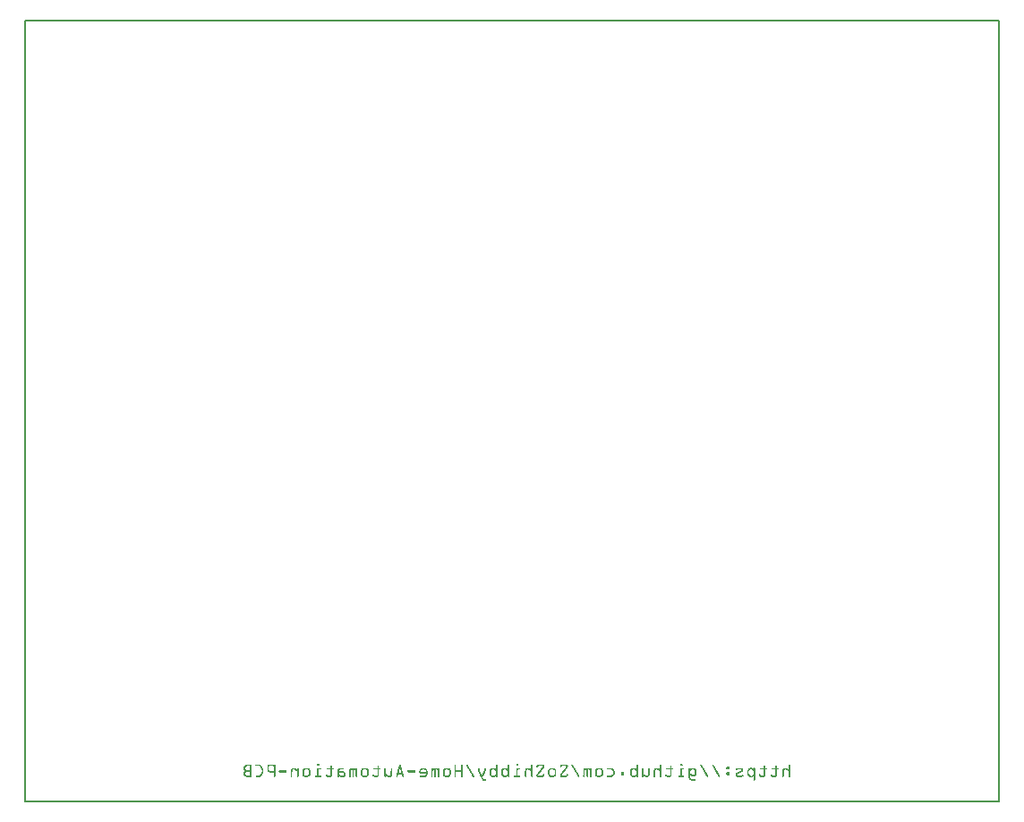
<source format=gbo>
G04 MADE WITH FRITZING*
G04 WWW.FRITZING.ORG*
G04 DOUBLE SIDED*
G04 HOLES PLATED*
G04 CONTOUR ON CENTER OF CONTOUR VECTOR*
%ASAXBY*%
%FSLAX23Y23*%
%MOIN*%
%OFA0B0*%
%SFA1.0B1.0*%
%ADD10R,3.631820X2.917420X3.615820X2.901420*%
%ADD11C,0.008000*%
%ADD12R,0.001000X0.001000*%
%LNSILK0*%
G90*
G70*
G54D11*
X4Y2913D02*
X3628Y2913D01*
X3628Y4D01*
X4Y4D01*
X4Y2913D01*
D02*
G54D12*
X1092Y143D02*
X1098Y143D01*
X1833Y143D02*
X1839Y143D01*
X2444Y143D02*
X2450Y143D01*
X1091Y142D02*
X1099Y142D01*
X1833Y142D02*
X1840Y142D01*
X2443Y142D02*
X2450Y142D01*
X828Y141D02*
X846Y141D01*
X863Y141D02*
X876Y141D01*
X912Y141D02*
X934Y141D01*
X1091Y141D02*
X1099Y141D01*
X1398Y141D02*
X1399Y141D01*
X1604Y141D02*
X1605Y141D01*
X1629Y141D02*
X1629Y141D01*
X1648Y141D02*
X1649Y141D01*
X1759Y141D02*
X1760Y141D01*
X1803Y141D02*
X1804Y141D01*
X1832Y141D02*
X1840Y141D01*
X1890Y141D02*
X1891Y141D01*
X1914Y141D02*
X1931Y141D01*
X2001Y141D02*
X2018Y141D01*
X2040Y141D02*
X2041Y141D01*
X2283Y141D02*
X2283Y141D01*
X2370Y141D02*
X2370Y141D01*
X2443Y141D02*
X2451Y141D01*
X2520Y141D02*
X2521Y141D01*
X2564Y141D02*
X2564Y141D01*
X2849Y141D02*
X2850Y141D01*
X825Y140D02*
X847Y140D01*
X862Y140D02*
X879Y140D01*
X909Y140D02*
X934Y140D01*
X1091Y140D02*
X1099Y140D01*
X1397Y140D02*
X1401Y140D01*
X1603Y140D02*
X1607Y140D01*
X1627Y140D02*
X1631Y140D01*
X1647Y140D02*
X1650Y140D01*
X1758Y140D02*
X1761Y140D01*
X1801Y140D02*
X1805Y140D01*
X1832Y140D02*
X1840Y140D01*
X1889Y140D02*
X1892Y140D01*
X1912Y140D02*
X1933Y140D01*
X1999Y140D02*
X2021Y140D01*
X2039Y140D02*
X2043Y140D01*
X2281Y140D02*
X2285Y140D01*
X2368Y140D02*
X2372Y140D01*
X2443Y140D02*
X2451Y140D01*
X2519Y140D02*
X2522Y140D01*
X2562Y140D02*
X2566Y140D01*
X2848Y140D02*
X2851Y140D01*
X823Y139D02*
X847Y139D01*
X861Y139D02*
X880Y139D01*
X908Y139D02*
X934Y139D01*
X1091Y139D02*
X1099Y139D01*
X1396Y139D02*
X1401Y139D01*
X1602Y139D02*
X1607Y139D01*
X1626Y139D02*
X1631Y139D01*
X1646Y139D02*
X1651Y139D01*
X1757Y139D02*
X1762Y139D01*
X1801Y139D02*
X1806Y139D01*
X1832Y139D02*
X1840Y139D01*
X1888Y139D02*
X1893Y139D01*
X1910Y139D02*
X1935Y139D01*
X1997Y139D02*
X2022Y139D01*
X2038Y139D02*
X2043Y139D01*
X2280Y139D02*
X2285Y139D01*
X2368Y139D02*
X2372Y139D01*
X2443Y139D02*
X2451Y139D01*
X2518Y139D02*
X2523Y139D01*
X2562Y139D02*
X2567Y139D01*
X2847Y139D02*
X2852Y139D01*
X822Y138D02*
X847Y138D01*
X861Y138D02*
X881Y138D01*
X907Y138D02*
X934Y138D01*
X1091Y138D02*
X1099Y138D01*
X1142Y138D02*
X1145Y138D01*
X1316Y138D02*
X1319Y138D01*
X1396Y138D02*
X1402Y138D01*
X1602Y138D02*
X1607Y138D01*
X1626Y138D02*
X1631Y138D01*
X1646Y138D02*
X1652Y138D01*
X1757Y138D02*
X1762Y138D01*
X1801Y138D02*
X1806Y138D01*
X1832Y138D02*
X1840Y138D01*
X1888Y138D02*
X1893Y138D01*
X1909Y138D02*
X1935Y138D01*
X1996Y138D02*
X2023Y138D01*
X2038Y138D02*
X2044Y138D01*
X2280Y138D02*
X2285Y138D01*
X2368Y138D02*
X2373Y138D01*
X2406Y138D02*
X2409Y138D01*
X2443Y138D02*
X2451Y138D01*
X2518Y138D02*
X2524Y138D01*
X2562Y138D02*
X2567Y138D01*
X2755Y138D02*
X2758Y138D01*
X2799Y138D02*
X2801Y138D01*
X2847Y138D02*
X2852Y138D01*
X821Y137D02*
X847Y137D01*
X861Y137D02*
X882Y137D01*
X906Y137D02*
X934Y137D01*
X1091Y137D02*
X1099Y137D01*
X1141Y137D02*
X1145Y137D01*
X1316Y137D02*
X1320Y137D01*
X1396Y137D02*
X1402Y137D01*
X1602Y137D02*
X1607Y137D01*
X1626Y137D02*
X1631Y137D01*
X1646Y137D02*
X1652Y137D01*
X1757Y137D02*
X1762Y137D01*
X1801Y137D02*
X1806Y137D01*
X1833Y137D02*
X1840Y137D01*
X1888Y137D02*
X1893Y137D01*
X1909Y137D02*
X1936Y137D01*
X1996Y137D02*
X2023Y137D01*
X2039Y137D02*
X2045Y137D01*
X2280Y137D02*
X2285Y137D01*
X2367Y137D02*
X2373Y137D01*
X2406Y137D02*
X2410Y137D01*
X2443Y137D02*
X2451Y137D01*
X2518Y137D02*
X2524Y137D01*
X2562Y137D02*
X2568Y137D01*
X2754Y137D02*
X2759Y137D01*
X2798Y137D02*
X2802Y137D01*
X2847Y137D02*
X2852Y137D01*
X820Y136D02*
X847Y136D01*
X862Y136D02*
X883Y136D01*
X906Y136D02*
X934Y136D01*
X1092Y136D02*
X1098Y136D01*
X1141Y136D02*
X1146Y136D01*
X1315Y136D02*
X1320Y136D01*
X1396Y136D02*
X1402Y136D01*
X1602Y136D02*
X1607Y136D01*
X1626Y136D02*
X1631Y136D01*
X1647Y136D02*
X1653Y136D01*
X1757Y136D02*
X1762Y136D01*
X1801Y136D02*
X1806Y136D01*
X1833Y136D02*
X1839Y136D01*
X1888Y136D02*
X1893Y136D01*
X1908Y136D02*
X1936Y136D01*
X1995Y136D02*
X2024Y136D01*
X2039Y136D02*
X2045Y136D01*
X2280Y136D02*
X2285Y136D01*
X2367Y136D02*
X2373Y136D01*
X2405Y136D02*
X2410Y136D01*
X2444Y136D02*
X2450Y136D01*
X2519Y136D02*
X2525Y136D01*
X2562Y136D02*
X2568Y136D01*
X2754Y136D02*
X2759Y136D01*
X2798Y136D02*
X2803Y136D01*
X2847Y136D02*
X2852Y136D01*
X819Y135D02*
X828Y135D01*
X841Y135D02*
X847Y135D01*
X876Y135D02*
X883Y135D01*
X905Y135D02*
X913Y135D01*
X928Y135D02*
X934Y135D01*
X1141Y135D02*
X1146Y135D01*
X1315Y135D02*
X1320Y135D01*
X1395Y135D02*
X1402Y135D01*
X1602Y135D02*
X1607Y135D01*
X1626Y135D02*
X1631Y135D01*
X1647Y135D02*
X1653Y135D01*
X1757Y135D02*
X1762Y135D01*
X1801Y135D02*
X1806Y135D01*
X1888Y135D02*
X1893Y135D01*
X1908Y135D02*
X1914Y135D01*
X1931Y135D02*
X1937Y135D01*
X1995Y135D02*
X2002Y135D01*
X2018Y135D02*
X2024Y135D01*
X2040Y135D02*
X2046Y135D01*
X2280Y135D02*
X2285Y135D01*
X2367Y135D02*
X2373Y135D01*
X2405Y135D02*
X2410Y135D01*
X2519Y135D02*
X2525Y135D01*
X2563Y135D02*
X2569Y135D01*
X2754Y135D02*
X2759Y135D01*
X2797Y135D02*
X2803Y135D01*
X2847Y135D02*
X2852Y135D01*
X819Y134D02*
X825Y134D01*
X841Y134D02*
X847Y134D01*
X878Y134D02*
X884Y134D01*
X905Y134D02*
X911Y134D01*
X929Y134D02*
X934Y134D01*
X1141Y134D02*
X1146Y134D01*
X1315Y134D02*
X1320Y134D01*
X1395Y134D02*
X1403Y134D01*
X1602Y134D02*
X1607Y134D01*
X1626Y134D02*
X1631Y134D01*
X1648Y134D02*
X1654Y134D01*
X1757Y134D02*
X1762Y134D01*
X1801Y134D02*
X1806Y134D01*
X1888Y134D02*
X1893Y134D01*
X1908Y134D02*
X1913Y134D01*
X1931Y134D02*
X1937Y134D01*
X1995Y134D02*
X2000Y134D01*
X2019Y134D02*
X2024Y134D01*
X2040Y134D02*
X2046Y134D01*
X2280Y134D02*
X2285Y134D01*
X2367Y134D02*
X2373Y134D01*
X2405Y134D02*
X2410Y134D01*
X2520Y134D02*
X2526Y134D01*
X2563Y134D02*
X2570Y134D01*
X2754Y134D02*
X2759Y134D01*
X2797Y134D02*
X2803Y134D01*
X2847Y134D02*
X2852Y134D01*
X818Y133D02*
X824Y133D01*
X841Y133D02*
X847Y133D01*
X878Y133D02*
X884Y133D01*
X905Y133D02*
X910Y133D01*
X929Y133D02*
X934Y133D01*
X1141Y133D02*
X1146Y133D01*
X1315Y133D02*
X1320Y133D01*
X1395Y133D02*
X1403Y133D01*
X1602Y133D02*
X1607Y133D01*
X1626Y133D02*
X1631Y133D01*
X1648Y133D02*
X1655Y133D01*
X1757Y133D02*
X1762Y133D01*
X1801Y133D02*
X1806Y133D01*
X1888Y133D02*
X1893Y133D01*
X1907Y133D02*
X1913Y133D01*
X1931Y133D02*
X1936Y133D01*
X1995Y133D02*
X2000Y133D01*
X2018Y133D02*
X2024Y133D01*
X2041Y133D02*
X2047Y133D01*
X2280Y133D02*
X2285Y133D01*
X2367Y133D02*
X2373Y133D01*
X2405Y133D02*
X2410Y133D01*
X2520Y133D02*
X2527Y133D01*
X2564Y133D02*
X2570Y133D01*
X2616Y133D02*
X2624Y133D01*
X2754Y133D02*
X2759Y133D01*
X2797Y133D02*
X2803Y133D01*
X2847Y133D02*
X2852Y133D01*
X818Y132D02*
X824Y132D01*
X841Y132D02*
X847Y132D01*
X879Y132D02*
X885Y132D01*
X905Y132D02*
X910Y132D01*
X929Y132D02*
X934Y132D01*
X1141Y132D02*
X1146Y132D01*
X1315Y132D02*
X1320Y132D01*
X1394Y132D02*
X1403Y132D01*
X1602Y132D02*
X1607Y132D01*
X1626Y132D02*
X1631Y132D01*
X1649Y132D02*
X1655Y132D01*
X1757Y132D02*
X1762Y132D01*
X1801Y132D02*
X1806Y132D01*
X1888Y132D02*
X1893Y132D01*
X1908Y132D02*
X1912Y132D01*
X1930Y132D02*
X1936Y132D01*
X1995Y132D02*
X2000Y132D01*
X2017Y132D02*
X2023Y132D01*
X2041Y132D02*
X2047Y132D01*
X2280Y132D02*
X2285Y132D01*
X2367Y132D02*
X2373Y132D01*
X2405Y132D02*
X2410Y132D01*
X2521Y132D02*
X2527Y132D01*
X2565Y132D02*
X2571Y132D01*
X2615Y132D02*
X2625Y132D01*
X2754Y132D02*
X2759Y132D01*
X2797Y132D02*
X2803Y132D01*
X2847Y132D02*
X2852Y132D01*
X818Y131D02*
X823Y131D01*
X841Y131D02*
X847Y131D01*
X879Y131D02*
X885Y131D01*
X905Y131D02*
X910Y131D01*
X929Y131D02*
X934Y131D01*
X1141Y131D02*
X1146Y131D01*
X1315Y131D02*
X1320Y131D01*
X1394Y131D02*
X1404Y131D01*
X1602Y131D02*
X1607Y131D01*
X1626Y131D02*
X1631Y131D01*
X1650Y131D02*
X1656Y131D01*
X1757Y131D02*
X1762Y131D01*
X1801Y131D02*
X1806Y131D01*
X1888Y131D02*
X1893Y131D01*
X1908Y131D02*
X1912Y131D01*
X1929Y131D02*
X1936Y131D01*
X1995Y131D02*
X1999Y131D01*
X2016Y131D02*
X2023Y131D01*
X2042Y131D02*
X2048Y131D01*
X2280Y131D02*
X2285Y131D01*
X2367Y131D02*
X2373Y131D01*
X2405Y131D02*
X2410Y131D01*
X2522Y131D02*
X2528Y131D01*
X2565Y131D02*
X2571Y131D01*
X2614Y131D02*
X2625Y131D01*
X2754Y131D02*
X2759Y131D01*
X2797Y131D02*
X2803Y131D01*
X2847Y131D02*
X2852Y131D01*
X818Y130D02*
X823Y130D01*
X841Y130D02*
X847Y130D01*
X880Y130D02*
X886Y130D01*
X905Y130D02*
X910Y130D01*
X929Y130D02*
X934Y130D01*
X1141Y130D02*
X1146Y130D01*
X1315Y130D02*
X1320Y130D01*
X1394Y130D02*
X1404Y130D01*
X1602Y130D02*
X1607Y130D01*
X1626Y130D02*
X1631Y130D01*
X1650Y130D02*
X1656Y130D01*
X1757Y130D02*
X1762Y130D01*
X1801Y130D02*
X1806Y130D01*
X1888Y130D02*
X1893Y130D01*
X1910Y130D02*
X1910Y130D01*
X1928Y130D02*
X1935Y130D01*
X1997Y130D02*
X1997Y130D01*
X2016Y130D02*
X2022Y130D01*
X2043Y130D02*
X2049Y130D01*
X2280Y130D02*
X2285Y130D01*
X2367Y130D02*
X2373Y130D01*
X2405Y130D02*
X2410Y130D01*
X2522Y130D02*
X2528Y130D01*
X2566Y130D02*
X2572Y130D01*
X2614Y130D02*
X2625Y130D01*
X2754Y130D02*
X2759Y130D01*
X2797Y130D02*
X2803Y130D01*
X2847Y130D02*
X2852Y130D01*
X817Y129D02*
X823Y129D01*
X841Y129D02*
X847Y129D01*
X880Y129D02*
X886Y129D01*
X905Y129D02*
X910Y129D01*
X929Y129D02*
X934Y129D01*
X1141Y129D02*
X1146Y129D01*
X1315Y129D02*
X1320Y129D01*
X1394Y129D02*
X1404Y129D01*
X1602Y129D02*
X1607Y129D01*
X1626Y129D02*
X1631Y129D01*
X1651Y129D02*
X1657Y129D01*
X1757Y129D02*
X1762Y129D01*
X1801Y129D02*
X1806Y129D01*
X1888Y129D02*
X1893Y129D01*
X1928Y129D02*
X1934Y129D01*
X2015Y129D02*
X2022Y129D01*
X2043Y129D02*
X2049Y129D01*
X2280Y129D02*
X2285Y129D01*
X2367Y129D02*
X2373Y129D01*
X2405Y129D02*
X2410Y129D01*
X2523Y129D02*
X2529Y129D01*
X2566Y129D02*
X2572Y129D01*
X2614Y129D02*
X2625Y129D01*
X2704Y129D02*
X2710Y129D01*
X2718Y129D02*
X2720Y129D01*
X2754Y129D02*
X2759Y129D01*
X2797Y129D02*
X2803Y129D01*
X2847Y129D02*
X2852Y129D01*
X817Y128D02*
X823Y128D01*
X841Y128D02*
X847Y128D01*
X881Y128D02*
X887Y128D01*
X905Y128D02*
X910Y128D01*
X929Y128D02*
X934Y128D01*
X999Y128D02*
X1006Y128D01*
X1018Y128D02*
X1019Y128D01*
X1044Y128D02*
X1056Y128D01*
X1093Y128D02*
X1103Y128D01*
X1127Y128D02*
X1150Y128D01*
X1174Y128D02*
X1188Y128D01*
X1216Y128D02*
X1218Y128D01*
X1227Y128D02*
X1230Y128D01*
X1236Y128D02*
X1238Y128D01*
X1262Y128D02*
X1274Y128D01*
X1302Y128D02*
X1324Y128D01*
X1342Y128D02*
X1344Y128D01*
X1366Y128D02*
X1368Y128D01*
X1393Y128D02*
X1405Y128D01*
X1480Y128D02*
X1492Y128D01*
X1521Y128D02*
X1523Y128D01*
X1532Y128D02*
X1536Y128D01*
X1541Y128D02*
X1543Y128D01*
X1568Y128D02*
X1579Y128D01*
X1602Y128D02*
X1607Y128D01*
X1626Y128D02*
X1631Y128D01*
X1651Y128D02*
X1657Y128D01*
X1691Y128D02*
X1693Y128D01*
X1715Y128D02*
X1717Y128D01*
X1742Y128D02*
X1750Y128D01*
X1757Y128D02*
X1762Y128D01*
X1786Y128D02*
X1794Y128D01*
X1801Y128D02*
X1806Y128D01*
X1834Y128D02*
X1845Y128D01*
X1871Y128D02*
X1878Y128D01*
X1888Y128D02*
X1893Y128D01*
X1927Y128D02*
X1934Y128D01*
X1960Y128D02*
X1971Y128D01*
X2014Y128D02*
X2021Y128D01*
X2044Y128D02*
X2050Y128D01*
X2088Y128D02*
X2090Y128D01*
X2099Y128D02*
X2102Y128D01*
X2108Y128D02*
X2110Y128D01*
X2134Y128D02*
X2146Y128D01*
X2171Y128D02*
X2186Y128D01*
X2265Y128D02*
X2273Y128D01*
X2280Y128D02*
X2285Y128D01*
X2302Y128D02*
X2303Y128D01*
X2326Y128D02*
X2327Y128D01*
X2351Y128D02*
X2358Y128D01*
X2367Y128D02*
X2373Y128D01*
X2392Y128D02*
X2414Y128D01*
X2444Y128D02*
X2455Y128D01*
X2476Y128D02*
X2478Y128D01*
X2486Y128D02*
X2495Y128D01*
X2523Y128D02*
X2529Y128D01*
X2567Y128D02*
X2573Y128D01*
X2614Y128D02*
X2625Y128D01*
X2655Y128D02*
X2672Y128D01*
X2702Y128D02*
X2712Y128D01*
X2717Y128D02*
X2721Y128D01*
X2741Y128D02*
X2763Y128D01*
X2784Y128D02*
X2807Y128D01*
X2831Y128D02*
X2838Y128D01*
X2847Y128D02*
X2852Y128D01*
X817Y127D02*
X823Y127D01*
X841Y127D02*
X847Y127D01*
X881Y127D02*
X887Y127D01*
X905Y127D02*
X910Y127D01*
X929Y127D02*
X934Y127D01*
X997Y127D02*
X1009Y127D01*
X1016Y127D02*
X1020Y127D01*
X1042Y127D02*
X1058Y127D01*
X1092Y127D02*
X1105Y127D01*
X1126Y127D02*
X1151Y127D01*
X1171Y127D02*
X1189Y127D01*
X1214Y127D02*
X1220Y127D01*
X1225Y127D02*
X1232Y127D01*
X1235Y127D02*
X1239Y127D01*
X1260Y127D02*
X1276Y127D01*
X1301Y127D02*
X1326Y127D01*
X1341Y127D02*
X1345Y127D01*
X1365Y127D02*
X1369Y127D01*
X1393Y127D02*
X1405Y127D01*
X1478Y127D02*
X1494Y127D01*
X1519Y127D02*
X1526Y127D01*
X1530Y127D02*
X1538Y127D01*
X1540Y127D02*
X1544Y127D01*
X1565Y127D02*
X1581Y127D01*
X1602Y127D02*
X1607Y127D01*
X1626Y127D02*
X1631Y127D01*
X1652Y127D02*
X1658Y127D01*
X1690Y127D02*
X1694Y127D01*
X1714Y127D02*
X1718Y127D01*
X1740Y127D02*
X1753Y127D01*
X1757Y127D02*
X1762Y127D01*
X1783Y127D02*
X1796Y127D01*
X1801Y127D02*
X1806Y127D01*
X1833Y127D02*
X1846Y127D01*
X1869Y127D02*
X1881Y127D01*
X1888Y127D02*
X1893Y127D01*
X1926Y127D02*
X1933Y127D01*
X1958Y127D02*
X1974Y127D01*
X2013Y127D02*
X2020Y127D01*
X2044Y127D02*
X2050Y127D01*
X2086Y127D02*
X2092Y127D01*
X2097Y127D02*
X2104Y127D01*
X2107Y127D02*
X2111Y127D01*
X2132Y127D02*
X2148Y127D01*
X2170Y127D02*
X2189Y127D01*
X2263Y127D02*
X2276Y127D01*
X2280Y127D02*
X2285Y127D01*
X2300Y127D02*
X2304Y127D01*
X2325Y127D02*
X2328Y127D01*
X2349Y127D02*
X2360Y127D01*
X2367Y127D02*
X2373Y127D01*
X2391Y127D02*
X2416Y127D01*
X2443Y127D02*
X2456Y127D01*
X2475Y127D02*
X2479Y127D01*
X2484Y127D02*
X2497Y127D01*
X2524Y127D02*
X2530Y127D01*
X2567Y127D02*
X2574Y127D01*
X2614Y127D02*
X2625Y127D01*
X2653Y127D02*
X2674Y127D01*
X2700Y127D02*
X2713Y127D01*
X2716Y127D02*
X2721Y127D01*
X2740Y127D02*
X2764Y127D01*
X2783Y127D02*
X2808Y127D01*
X2828Y127D02*
X2840Y127D01*
X2847Y127D02*
X2852Y127D01*
X818Y126D02*
X823Y126D01*
X841Y126D02*
X847Y126D01*
X882Y126D02*
X888Y126D01*
X905Y126D02*
X910Y126D01*
X929Y126D02*
X934Y126D01*
X996Y126D02*
X1010Y126D01*
X1016Y126D02*
X1021Y126D01*
X1041Y126D02*
X1059Y126D01*
X1091Y126D02*
X1105Y126D01*
X1126Y126D02*
X1152Y126D01*
X1170Y126D02*
X1189Y126D01*
X1212Y126D02*
X1222Y126D01*
X1224Y126D02*
X1239Y126D01*
X1259Y126D02*
X1277Y126D01*
X1300Y126D02*
X1326Y126D01*
X1341Y126D02*
X1346Y126D01*
X1365Y126D02*
X1370Y126D01*
X1393Y126D02*
X1398Y126D01*
X1400Y126D02*
X1405Y126D01*
X1477Y126D02*
X1495Y126D01*
X1518Y126D02*
X1527Y126D01*
X1529Y126D02*
X1545Y126D01*
X1564Y126D02*
X1583Y126D01*
X1602Y126D02*
X1607Y126D01*
X1626Y126D02*
X1631Y126D01*
X1652Y126D02*
X1659Y126D01*
X1690Y126D02*
X1694Y126D01*
X1714Y126D02*
X1718Y126D01*
X1738Y126D02*
X1754Y126D01*
X1757Y126D02*
X1762Y126D01*
X1782Y126D02*
X1798Y126D01*
X1801Y126D02*
X1806Y126D01*
X1832Y126D02*
X1846Y126D01*
X1868Y126D02*
X1882Y126D01*
X1888Y126D02*
X1893Y126D01*
X1925Y126D02*
X1932Y126D01*
X1956Y126D02*
X1975Y126D01*
X2012Y126D02*
X2019Y126D01*
X2045Y126D02*
X2051Y126D01*
X2084Y126D02*
X2094Y126D01*
X2096Y126D02*
X2111Y126D01*
X2131Y126D02*
X2149Y126D01*
X2169Y126D02*
X2190Y126D01*
X2262Y126D02*
X2277Y126D01*
X2280Y126D02*
X2285Y126D01*
X2300Y126D02*
X2305Y126D01*
X2324Y126D02*
X2329Y126D01*
X2347Y126D02*
X2362Y126D01*
X2367Y126D02*
X2373Y126D01*
X2390Y126D02*
X2416Y126D01*
X2443Y126D02*
X2457Y126D01*
X2474Y126D02*
X2479Y126D01*
X2483Y126D02*
X2498Y126D01*
X2524Y126D02*
X2531Y126D01*
X2568Y126D02*
X2574Y126D01*
X2614Y126D02*
X2625Y126D01*
X2651Y126D02*
X2675Y126D01*
X2699Y126D02*
X2714Y126D01*
X2716Y126D02*
X2721Y126D01*
X2739Y126D02*
X2765Y126D01*
X2783Y126D02*
X2808Y126D01*
X2827Y126D02*
X2842Y126D01*
X2847Y126D02*
X2852Y126D01*
X818Y125D02*
X823Y125D01*
X841Y125D02*
X847Y125D01*
X882Y125D02*
X888Y125D01*
X905Y125D02*
X910Y125D01*
X929Y125D02*
X934Y125D01*
X995Y125D02*
X1012Y125D01*
X1016Y125D02*
X1021Y125D01*
X1039Y125D02*
X1061Y125D01*
X1091Y125D02*
X1105Y125D01*
X1126Y125D02*
X1152Y125D01*
X1169Y125D02*
X1189Y125D01*
X1212Y125D02*
X1239Y125D01*
X1257Y125D02*
X1279Y125D01*
X1300Y125D02*
X1326Y125D01*
X1341Y125D02*
X1346Y125D01*
X1365Y125D02*
X1370Y125D01*
X1392Y125D02*
X1398Y125D01*
X1400Y125D02*
X1405Y125D01*
X1475Y125D02*
X1497Y125D01*
X1517Y125D02*
X1545Y125D01*
X1563Y125D02*
X1584Y125D01*
X1602Y125D02*
X1607Y125D01*
X1626Y125D02*
X1631Y125D01*
X1653Y125D02*
X1659Y125D01*
X1689Y125D02*
X1695Y125D01*
X1713Y125D02*
X1719Y125D01*
X1737Y125D02*
X1755Y125D01*
X1757Y125D02*
X1762Y125D01*
X1781Y125D02*
X1799Y125D01*
X1801Y125D02*
X1806Y125D01*
X1832Y125D02*
X1846Y125D01*
X1867Y125D02*
X1884Y125D01*
X1888Y125D02*
X1893Y125D01*
X1924Y125D02*
X1931Y125D01*
X1955Y125D02*
X1976Y125D01*
X2012Y125D02*
X2019Y125D01*
X2045Y125D02*
X2052Y125D01*
X2084Y125D02*
X2111Y125D01*
X2129Y125D02*
X2151Y125D01*
X2169Y125D02*
X2191Y125D01*
X2260Y125D02*
X2285Y125D01*
X2300Y125D02*
X2305Y125D01*
X2324Y125D02*
X2329Y125D01*
X2346Y125D02*
X2364Y125D01*
X2367Y125D02*
X2373Y125D01*
X2390Y125D02*
X2416Y125D01*
X2443Y125D02*
X2457Y125D01*
X2474Y125D02*
X2479Y125D01*
X2481Y125D02*
X2499Y125D01*
X2525Y125D02*
X2531Y125D01*
X2569Y125D02*
X2575Y125D01*
X2614Y125D02*
X2625Y125D01*
X2650Y125D02*
X2676Y125D01*
X2698Y125D02*
X2721Y125D01*
X2739Y125D02*
X2765Y125D01*
X2783Y125D02*
X2809Y125D01*
X2826Y125D02*
X2843Y125D01*
X2847Y125D02*
X2852Y125D01*
X818Y124D02*
X823Y124D01*
X841Y124D02*
X847Y124D01*
X883Y124D02*
X889Y124D01*
X905Y124D02*
X910Y124D01*
X929Y124D02*
X934Y124D01*
X994Y124D02*
X1014Y124D01*
X1016Y124D02*
X1021Y124D01*
X1038Y124D02*
X1062Y124D01*
X1091Y124D02*
X1105Y124D01*
X1126Y124D02*
X1151Y124D01*
X1168Y124D02*
X1189Y124D01*
X1211Y124D02*
X1239Y124D01*
X1256Y124D02*
X1280Y124D01*
X1300Y124D02*
X1326Y124D01*
X1341Y124D02*
X1346Y124D01*
X1365Y124D02*
X1370Y124D01*
X1392Y124D02*
X1397Y124D01*
X1400Y124D02*
X1406Y124D01*
X1474Y124D02*
X1498Y124D01*
X1516Y124D02*
X1545Y124D01*
X1562Y124D02*
X1585Y124D01*
X1602Y124D02*
X1607Y124D01*
X1626Y124D02*
X1631Y124D01*
X1654Y124D02*
X1660Y124D01*
X1689Y124D02*
X1695Y124D01*
X1713Y124D02*
X1719Y124D01*
X1736Y124D02*
X1762Y124D01*
X1780Y124D02*
X1806Y124D01*
X1832Y124D02*
X1846Y124D01*
X1866Y124D02*
X1886Y124D01*
X1888Y124D02*
X1893Y124D01*
X1924Y124D02*
X1931Y124D01*
X1954Y124D02*
X1977Y124D01*
X2011Y124D02*
X2018Y124D01*
X2046Y124D02*
X2052Y124D01*
X2083Y124D02*
X2112Y124D01*
X2128Y124D02*
X2152Y124D01*
X2169Y124D02*
X2193Y124D01*
X2259Y124D02*
X2285Y124D01*
X2300Y124D02*
X2305Y124D01*
X2324Y124D02*
X2329Y124D01*
X2346Y124D02*
X2365Y124D01*
X2367Y124D02*
X2373Y124D01*
X2390Y124D02*
X2416Y124D01*
X2443Y124D02*
X2457Y124D01*
X2474Y124D02*
X2501Y124D01*
X2526Y124D02*
X2532Y124D01*
X2569Y124D02*
X2575Y124D01*
X2614Y124D02*
X2625Y124D01*
X2650Y124D02*
X2676Y124D01*
X2697Y124D02*
X2721Y124D01*
X2739Y124D02*
X2765Y124D01*
X2783Y124D02*
X2808Y124D01*
X2825Y124D02*
X2845Y124D01*
X2847Y124D02*
X2852Y124D01*
X818Y123D02*
X824Y123D01*
X841Y123D02*
X847Y123D01*
X883Y123D02*
X889Y123D01*
X905Y123D02*
X910Y123D01*
X929Y123D02*
X934Y123D01*
X993Y123D02*
X1021Y123D01*
X1037Y123D02*
X1062Y123D01*
X1091Y123D02*
X1104Y123D01*
X1127Y123D02*
X1151Y123D01*
X1168Y123D02*
X1188Y123D01*
X1211Y123D02*
X1239Y123D01*
X1255Y123D02*
X1280Y123D01*
X1301Y123D02*
X1325Y123D01*
X1341Y123D02*
X1346Y123D01*
X1365Y123D02*
X1370Y123D01*
X1392Y123D02*
X1397Y123D01*
X1401Y123D02*
X1406Y123D01*
X1473Y123D02*
X1498Y123D01*
X1516Y123D02*
X1545Y123D01*
X1561Y123D02*
X1586Y123D01*
X1602Y123D02*
X1607Y123D01*
X1626Y123D02*
X1631Y123D01*
X1654Y123D02*
X1660Y123D01*
X1689Y123D02*
X1695Y123D01*
X1713Y123D02*
X1719Y123D01*
X1735Y123D02*
X1762Y123D01*
X1779Y123D02*
X1806Y123D01*
X1832Y123D02*
X1845Y123D01*
X1865Y123D02*
X1893Y123D01*
X1923Y123D02*
X1930Y123D01*
X1953Y123D02*
X1978Y123D01*
X2010Y123D02*
X2017Y123D01*
X2047Y123D02*
X2053Y123D01*
X2083Y123D02*
X2112Y123D01*
X2127Y123D02*
X2152Y123D01*
X2170Y123D02*
X2194Y123D01*
X2258Y123D02*
X2285Y123D01*
X2300Y123D02*
X2305Y123D01*
X2324Y123D02*
X2329Y123D01*
X2345Y123D02*
X2373Y123D01*
X2391Y123D02*
X2415Y123D01*
X2443Y123D02*
X2456Y123D01*
X2474Y123D02*
X2501Y123D01*
X2526Y123D02*
X2532Y123D01*
X2570Y123D02*
X2576Y123D01*
X2615Y123D02*
X2624Y123D01*
X2649Y123D02*
X2677Y123D01*
X2696Y123D02*
X2704Y123D01*
X2709Y123D02*
X2721Y123D01*
X2740Y123D02*
X2764Y123D01*
X2784Y123D02*
X2808Y123D01*
X2825Y123D02*
X2852Y123D01*
X818Y122D02*
X825Y122D01*
X841Y122D02*
X847Y122D01*
X884Y122D02*
X889Y122D01*
X905Y122D02*
X910Y122D01*
X929Y122D02*
X934Y122D01*
X993Y122D02*
X1000Y122D01*
X1006Y122D02*
X1021Y122D01*
X1037Y122D02*
X1045Y122D01*
X1055Y122D02*
X1063Y122D01*
X1091Y122D02*
X1096Y122D01*
X1140Y122D02*
X1146Y122D01*
X1167Y122D02*
X1174Y122D01*
X1210Y122D02*
X1216Y122D01*
X1218Y122D02*
X1228Y122D01*
X1230Y122D02*
X1239Y122D01*
X1255Y122D02*
X1263Y122D01*
X1273Y122D02*
X1281Y122D01*
X1315Y122D02*
X1320Y122D01*
X1341Y122D02*
X1346Y122D01*
X1365Y122D02*
X1370Y122D01*
X1391Y122D02*
X1397Y122D01*
X1401Y122D02*
X1406Y122D01*
X1473Y122D02*
X1481Y122D01*
X1491Y122D02*
X1499Y122D01*
X1516Y122D02*
X1521Y122D01*
X1523Y122D02*
X1533Y122D01*
X1535Y122D02*
X1545Y122D01*
X1560Y122D02*
X1568Y122D01*
X1578Y122D02*
X1586Y122D01*
X1602Y122D02*
X1607Y122D01*
X1626Y122D02*
X1631Y122D01*
X1655Y122D02*
X1661Y122D01*
X1689Y122D02*
X1695Y122D01*
X1713Y122D02*
X1719Y122D01*
X1734Y122D02*
X1742Y122D01*
X1750Y122D02*
X1762Y122D01*
X1778Y122D02*
X1786Y122D01*
X1794Y122D02*
X1806Y122D01*
X1832Y122D02*
X1838Y122D01*
X1865Y122D02*
X1872Y122D01*
X1878Y122D02*
X1893Y122D01*
X1922Y122D02*
X1929Y122D01*
X1952Y122D02*
X1960Y122D01*
X1971Y122D02*
X1979Y122D01*
X2009Y122D02*
X2016Y122D01*
X2047Y122D02*
X2053Y122D01*
X2082Y122D02*
X2088Y122D01*
X2090Y122D02*
X2100Y122D01*
X2102Y122D02*
X2112Y122D01*
X2127Y122D02*
X2135Y122D01*
X2145Y122D02*
X2153Y122D01*
X2186Y122D02*
X2195Y122D01*
X2258Y122D02*
X2266Y122D01*
X2273Y122D02*
X2285Y122D01*
X2300Y122D02*
X2305Y122D01*
X2324Y122D02*
X2329Y122D01*
X2345Y122D02*
X2351Y122D01*
X2358Y122D02*
X2373Y122D01*
X2405Y122D02*
X2410Y122D01*
X2443Y122D02*
X2448Y122D01*
X2474Y122D02*
X2487Y122D01*
X2494Y122D02*
X2502Y122D01*
X2527Y122D02*
X2533Y122D01*
X2570Y122D02*
X2577Y122D01*
X2649Y122D02*
X2656Y122D01*
X2671Y122D02*
X2677Y122D01*
X2695Y122D02*
X2703Y122D01*
X2711Y122D02*
X2721Y122D01*
X2754Y122D02*
X2759Y122D01*
X2797Y122D02*
X2803Y122D01*
X2824Y122D02*
X2831Y122D01*
X2838Y122D02*
X2852Y122D01*
X819Y121D02*
X827Y121D01*
X841Y121D02*
X847Y121D01*
X884Y121D02*
X890Y121D01*
X905Y121D02*
X910Y121D01*
X929Y121D02*
X934Y121D01*
X993Y121D02*
X998Y121D01*
X1008Y121D02*
X1021Y121D01*
X1036Y121D02*
X1043Y121D01*
X1057Y121D02*
X1064Y121D01*
X1091Y121D02*
X1096Y121D01*
X1141Y121D02*
X1146Y121D01*
X1167Y121D02*
X1173Y121D01*
X1210Y121D02*
X1215Y121D01*
X1219Y121D02*
X1227Y121D01*
X1231Y121D02*
X1239Y121D01*
X1254Y121D02*
X1261Y121D01*
X1275Y121D02*
X1282Y121D01*
X1315Y121D02*
X1320Y121D01*
X1341Y121D02*
X1346Y121D01*
X1365Y121D02*
X1370Y121D01*
X1391Y121D02*
X1397Y121D01*
X1401Y121D02*
X1407Y121D01*
X1472Y121D02*
X1479Y121D01*
X1493Y121D02*
X1500Y121D01*
X1516Y121D02*
X1521Y121D01*
X1524Y121D02*
X1532Y121D01*
X1536Y121D02*
X1545Y121D01*
X1559Y121D02*
X1566Y121D01*
X1580Y121D02*
X1587Y121D01*
X1602Y121D02*
X1607Y121D01*
X1626Y121D02*
X1631Y121D01*
X1655Y121D02*
X1662Y121D01*
X1689Y121D02*
X1695Y121D01*
X1713Y121D02*
X1719Y121D01*
X1734Y121D02*
X1741Y121D01*
X1751Y121D02*
X1762Y121D01*
X1777Y121D02*
X1784Y121D01*
X1795Y121D02*
X1806Y121D01*
X1832Y121D02*
X1837Y121D01*
X1865Y121D02*
X1870Y121D01*
X1880Y121D02*
X1893Y121D01*
X1921Y121D02*
X1928Y121D01*
X1952Y121D02*
X1959Y121D01*
X1973Y121D02*
X1979Y121D01*
X2009Y121D02*
X2015Y121D01*
X2048Y121D02*
X2054Y121D01*
X2082Y121D02*
X2087Y121D01*
X2091Y121D02*
X2099Y121D01*
X2103Y121D02*
X2112Y121D01*
X2126Y121D02*
X2133Y121D01*
X2147Y121D02*
X2154Y121D01*
X2187Y121D02*
X2196Y121D01*
X2257Y121D02*
X2264Y121D01*
X2275Y121D02*
X2285Y121D01*
X2300Y121D02*
X2305Y121D01*
X2324Y121D02*
X2329Y121D01*
X2344Y121D02*
X2350Y121D01*
X2360Y121D02*
X2373Y121D01*
X2405Y121D02*
X2410Y121D01*
X2443Y121D02*
X2448Y121D01*
X2474Y121D02*
X2485Y121D01*
X2496Y121D02*
X2503Y121D01*
X2527Y121D02*
X2534Y121D01*
X2571Y121D02*
X2577Y121D01*
X2650Y121D02*
X2654Y121D01*
X2672Y121D02*
X2677Y121D01*
X2694Y121D02*
X2702Y121D01*
X2712Y121D02*
X2721Y121D01*
X2754Y121D02*
X2759Y121D01*
X2797Y121D02*
X2803Y121D01*
X2824Y121D02*
X2830Y121D01*
X2839Y121D02*
X2852Y121D01*
X820Y120D02*
X847Y120D01*
X885Y120D02*
X890Y120D01*
X905Y120D02*
X910Y120D01*
X929Y120D02*
X934Y120D01*
X950Y120D02*
X976Y120D01*
X993Y120D02*
X998Y120D01*
X1009Y120D02*
X1021Y120D01*
X1036Y120D02*
X1042Y120D01*
X1058Y120D02*
X1064Y120D01*
X1091Y120D02*
X1096Y120D01*
X1141Y120D02*
X1146Y120D01*
X1167Y120D02*
X1172Y120D01*
X1210Y120D02*
X1215Y120D01*
X1220Y120D02*
X1227Y120D01*
X1232Y120D02*
X1239Y120D01*
X1254Y120D02*
X1260Y120D01*
X1276Y120D02*
X1282Y120D01*
X1315Y120D02*
X1320Y120D01*
X1341Y120D02*
X1346Y120D01*
X1365Y120D02*
X1370Y120D01*
X1391Y120D02*
X1396Y120D01*
X1401Y120D02*
X1407Y120D01*
X1429Y120D02*
X1456Y120D01*
X1472Y120D02*
X1478Y120D01*
X1494Y120D02*
X1500Y120D01*
X1515Y120D02*
X1521Y120D01*
X1526Y120D02*
X1532Y120D01*
X1538Y120D02*
X1545Y120D01*
X1559Y120D02*
X1565Y120D01*
X1581Y120D02*
X1587Y120D01*
X1602Y120D02*
X1631Y120D01*
X1656Y120D02*
X1662Y120D01*
X1689Y120D02*
X1695Y120D01*
X1713Y120D02*
X1719Y120D01*
X1733Y120D02*
X1740Y120D01*
X1753Y120D02*
X1762Y120D01*
X1777Y120D02*
X1783Y120D01*
X1796Y120D02*
X1806Y120D01*
X1832Y120D02*
X1837Y120D01*
X1865Y120D02*
X1870Y120D01*
X1881Y120D02*
X1893Y120D01*
X1921Y120D02*
X1927Y120D01*
X1951Y120D02*
X1957Y120D01*
X1974Y120D02*
X1980Y120D01*
X2008Y120D02*
X2015Y120D01*
X2048Y120D02*
X2055Y120D01*
X2082Y120D02*
X2087Y120D01*
X2092Y120D02*
X2099Y120D01*
X2104Y120D02*
X2112Y120D01*
X2126Y120D02*
X2132Y120D01*
X2148Y120D02*
X2154Y120D01*
X2189Y120D02*
X2197Y120D01*
X2257Y120D02*
X2263Y120D01*
X2276Y120D02*
X2285Y120D01*
X2300Y120D02*
X2305Y120D01*
X2324Y120D02*
X2329Y120D01*
X2344Y120D02*
X2350Y120D01*
X2361Y120D02*
X2373Y120D01*
X2405Y120D02*
X2410Y120D01*
X2443Y120D02*
X2448Y120D01*
X2474Y120D02*
X2484Y120D01*
X2497Y120D02*
X2503Y120D01*
X2528Y120D02*
X2534Y120D01*
X2572Y120D02*
X2578Y120D01*
X2651Y120D02*
X2653Y120D01*
X2672Y120D02*
X2677Y120D01*
X2693Y120D02*
X2700Y120D01*
X2713Y120D02*
X2721Y120D01*
X2754Y120D02*
X2759Y120D01*
X2797Y120D02*
X2803Y120D01*
X2824Y120D02*
X2829Y120D01*
X2841Y120D02*
X2852Y120D01*
X820Y119D02*
X847Y119D01*
X885Y119D02*
X890Y119D01*
X905Y119D02*
X911Y119D01*
X929Y119D02*
X934Y119D01*
X949Y119D02*
X977Y119D01*
X993Y119D02*
X998Y119D01*
X1011Y119D02*
X1021Y119D01*
X1036Y119D02*
X1041Y119D01*
X1059Y119D02*
X1064Y119D01*
X1091Y119D02*
X1096Y119D01*
X1141Y119D02*
X1146Y119D01*
X1167Y119D02*
X1172Y119D01*
X1210Y119D02*
X1215Y119D01*
X1222Y119D02*
X1227Y119D01*
X1234Y119D02*
X1239Y119D01*
X1254Y119D02*
X1259Y119D01*
X1277Y119D02*
X1282Y119D01*
X1315Y119D02*
X1320Y119D01*
X1341Y119D02*
X1346Y119D01*
X1365Y119D02*
X1370Y119D01*
X1391Y119D02*
X1396Y119D01*
X1402Y119D02*
X1407Y119D01*
X1428Y119D02*
X1457Y119D01*
X1472Y119D02*
X1477Y119D01*
X1495Y119D02*
X1500Y119D01*
X1515Y119D02*
X1521Y119D01*
X1527Y119D02*
X1532Y119D01*
X1539Y119D02*
X1545Y119D01*
X1559Y119D02*
X1564Y119D01*
X1582Y119D02*
X1588Y119D01*
X1602Y119D02*
X1631Y119D01*
X1657Y119D02*
X1663Y119D01*
X1690Y119D02*
X1695Y119D01*
X1713Y119D02*
X1718Y119D01*
X1733Y119D02*
X1739Y119D01*
X1754Y119D02*
X1762Y119D01*
X1777Y119D02*
X1782Y119D01*
X1797Y119D02*
X1806Y119D01*
X1832Y119D02*
X1837Y119D01*
X1865Y119D02*
X1870Y119D01*
X1883Y119D02*
X1893Y119D01*
X1920Y119D02*
X1927Y119D01*
X1951Y119D02*
X1957Y119D01*
X1975Y119D02*
X1980Y119D01*
X2007Y119D02*
X2014Y119D01*
X2049Y119D02*
X2055Y119D01*
X2082Y119D02*
X2087Y119D01*
X2094Y119D02*
X2099Y119D01*
X2106Y119D02*
X2112Y119D01*
X2126Y119D02*
X2131Y119D01*
X2149Y119D02*
X2154Y119D01*
X2190Y119D02*
X2197Y119D01*
X2256Y119D02*
X2262Y119D01*
X2277Y119D02*
X2285Y119D01*
X2300Y119D02*
X2305Y119D01*
X2324Y119D02*
X2329Y119D01*
X2344Y119D02*
X2349Y119D01*
X2363Y119D02*
X2373Y119D01*
X2405Y119D02*
X2410Y119D01*
X2443Y119D02*
X2448Y119D01*
X2474Y119D02*
X2483Y119D01*
X2498Y119D02*
X2503Y119D01*
X2529Y119D02*
X2535Y119D01*
X2572Y119D02*
X2578Y119D01*
X2671Y119D02*
X2677Y119D01*
X2693Y119D02*
X2699Y119D01*
X2714Y119D02*
X2721Y119D01*
X2754Y119D02*
X2759Y119D01*
X2797Y119D02*
X2803Y119D01*
X2824Y119D02*
X2829Y119D01*
X2842Y119D02*
X2852Y119D01*
X821Y118D02*
X847Y118D01*
X885Y118D02*
X890Y118D01*
X905Y118D02*
X934Y118D01*
X948Y118D02*
X977Y118D01*
X993Y118D02*
X998Y118D01*
X1013Y118D02*
X1021Y118D01*
X1036Y118D02*
X1041Y118D01*
X1059Y118D02*
X1065Y118D01*
X1091Y118D02*
X1096Y118D01*
X1141Y118D02*
X1146Y118D01*
X1167Y118D02*
X1172Y118D01*
X1210Y118D02*
X1215Y118D01*
X1222Y118D02*
X1227Y118D01*
X1234Y118D02*
X1239Y118D01*
X1254Y118D02*
X1259Y118D01*
X1277Y118D02*
X1283Y118D01*
X1315Y118D02*
X1320Y118D01*
X1341Y118D02*
X1346Y118D01*
X1364Y118D02*
X1370Y118D01*
X1390Y118D02*
X1396Y118D01*
X1402Y118D02*
X1407Y118D01*
X1428Y118D02*
X1457Y118D01*
X1472Y118D02*
X1477Y118D01*
X1495Y118D02*
X1501Y118D01*
X1515Y118D02*
X1520Y118D01*
X1527Y118D02*
X1532Y118D01*
X1540Y118D02*
X1545Y118D01*
X1559Y118D02*
X1564Y118D01*
X1583Y118D02*
X1588Y118D01*
X1602Y118D02*
X1631Y118D01*
X1657Y118D02*
X1663Y118D01*
X1690Y118D02*
X1696Y118D01*
X1712Y118D02*
X1718Y118D01*
X1733Y118D02*
X1738Y118D01*
X1755Y118D02*
X1762Y118D01*
X1777Y118D02*
X1782Y118D01*
X1799Y118D02*
X1806Y118D01*
X1832Y118D02*
X1837Y118D01*
X1865Y118D02*
X1870Y118D01*
X1885Y118D02*
X1893Y118D01*
X1919Y118D02*
X1926Y118D01*
X1951Y118D02*
X1956Y118D01*
X1975Y118D02*
X1980Y118D01*
X2006Y118D02*
X2013Y118D01*
X2050Y118D02*
X2056Y118D01*
X2082Y118D02*
X2087Y118D01*
X2094Y118D02*
X2099Y118D01*
X2106Y118D02*
X2112Y118D01*
X2126Y118D02*
X2131Y118D01*
X2149Y118D02*
X2155Y118D01*
X2191Y118D02*
X2198Y118D01*
X2256Y118D02*
X2262Y118D01*
X2278Y118D02*
X2285Y118D01*
X2300Y118D02*
X2305Y118D01*
X2324Y118D02*
X2329Y118D01*
X2344Y118D02*
X2349Y118D01*
X2364Y118D02*
X2373Y118D01*
X2405Y118D02*
X2410Y118D01*
X2443Y118D02*
X2448Y118D01*
X2474Y118D02*
X2482Y118D01*
X2498Y118D02*
X2503Y118D01*
X2529Y118D02*
X2535Y118D01*
X2573Y118D02*
X2579Y118D01*
X2669Y118D02*
X2677Y118D01*
X2692Y118D02*
X2698Y118D01*
X2715Y118D02*
X2721Y118D01*
X2754Y118D02*
X2759Y118D01*
X2797Y118D02*
X2803Y118D01*
X2824Y118D02*
X2829Y118D01*
X2844Y118D02*
X2852Y118D01*
X821Y117D02*
X847Y117D01*
X885Y117D02*
X890Y117D01*
X906Y117D02*
X934Y117D01*
X948Y117D02*
X977Y117D01*
X993Y117D02*
X998Y117D01*
X1014Y117D02*
X1021Y117D01*
X1035Y117D02*
X1041Y117D01*
X1059Y117D02*
X1065Y117D01*
X1091Y117D02*
X1096Y117D01*
X1141Y117D02*
X1146Y117D01*
X1167Y117D02*
X1172Y117D01*
X1210Y117D02*
X1215Y117D01*
X1222Y117D02*
X1227Y117D01*
X1234Y117D02*
X1239Y117D01*
X1253Y117D02*
X1259Y117D01*
X1277Y117D02*
X1283Y117D01*
X1315Y117D02*
X1320Y117D01*
X1341Y117D02*
X1346Y117D01*
X1364Y117D02*
X1370Y117D01*
X1390Y117D02*
X1395Y117D01*
X1402Y117D02*
X1408Y117D01*
X1428Y117D02*
X1457Y117D01*
X1471Y117D02*
X1477Y117D01*
X1495Y117D02*
X1501Y117D01*
X1515Y117D02*
X1520Y117D01*
X1527Y117D02*
X1532Y117D01*
X1540Y117D02*
X1545Y117D01*
X1559Y117D02*
X1564Y117D01*
X1583Y117D02*
X1588Y117D01*
X1602Y117D02*
X1631Y117D01*
X1658Y117D02*
X1664Y117D01*
X1691Y117D02*
X1696Y117D01*
X1712Y117D02*
X1718Y117D01*
X1733Y117D02*
X1738Y117D01*
X1756Y117D02*
X1762Y117D01*
X1777Y117D02*
X1782Y117D01*
X1800Y117D02*
X1806Y117D01*
X1832Y117D02*
X1837Y117D01*
X1865Y117D02*
X1870Y117D01*
X1886Y117D02*
X1893Y117D01*
X1918Y117D02*
X1925Y117D01*
X1951Y117D02*
X1956Y117D01*
X1975Y117D02*
X1980Y117D01*
X2005Y117D02*
X2012Y117D01*
X2050Y117D02*
X2056Y117D01*
X2082Y117D02*
X2087Y117D01*
X2094Y117D02*
X2099Y117D01*
X2106Y117D02*
X2112Y117D01*
X2125Y117D02*
X2131Y117D01*
X2149Y117D02*
X2155Y117D01*
X2192Y117D02*
X2198Y117D01*
X2256Y117D02*
X2261Y117D01*
X2279Y117D02*
X2285Y117D01*
X2300Y117D02*
X2305Y117D01*
X2324Y117D02*
X2329Y117D01*
X2344Y117D02*
X2349Y117D01*
X2366Y117D02*
X2373Y117D01*
X2405Y117D02*
X2410Y117D01*
X2443Y117D02*
X2448Y117D01*
X2474Y117D02*
X2480Y117D01*
X2498Y117D02*
X2503Y117D01*
X2530Y117D02*
X2536Y117D01*
X2573Y117D02*
X2579Y117D01*
X2666Y117D02*
X2676Y117D01*
X2692Y117D02*
X2698Y117D01*
X2716Y117D02*
X2721Y117D01*
X2754Y117D02*
X2759Y117D01*
X2797Y117D02*
X2803Y117D01*
X2824Y117D02*
X2829Y117D01*
X2845Y117D02*
X2852Y117D01*
X820Y116D02*
X847Y116D01*
X885Y116D02*
X890Y116D01*
X906Y116D02*
X934Y116D01*
X948Y116D02*
X977Y116D01*
X993Y116D02*
X998Y116D01*
X1016Y116D02*
X1021Y116D01*
X1035Y116D02*
X1041Y116D01*
X1059Y116D02*
X1065Y116D01*
X1091Y116D02*
X1096Y116D01*
X1141Y116D02*
X1146Y116D01*
X1167Y116D02*
X1172Y116D01*
X1210Y116D02*
X1215Y116D01*
X1222Y116D02*
X1227Y116D01*
X1234Y116D02*
X1239Y116D01*
X1253Y116D02*
X1259Y116D01*
X1277Y116D02*
X1283Y116D01*
X1315Y116D02*
X1320Y116D01*
X1341Y116D02*
X1346Y116D01*
X1364Y116D02*
X1370Y116D01*
X1390Y116D02*
X1395Y116D01*
X1403Y116D02*
X1408Y116D01*
X1428Y116D02*
X1457Y116D01*
X1471Y116D02*
X1477Y116D01*
X1495Y116D02*
X1501Y116D01*
X1515Y116D02*
X1520Y116D01*
X1527Y116D02*
X1532Y116D01*
X1540Y116D02*
X1545Y116D01*
X1559Y116D02*
X1564Y116D01*
X1583Y116D02*
X1588Y116D01*
X1602Y116D02*
X1631Y116D01*
X1658Y116D02*
X1664Y116D01*
X1691Y116D02*
X1697Y116D01*
X1711Y116D02*
X1717Y116D01*
X1733Y116D02*
X1738Y116D01*
X1757Y116D02*
X1762Y116D01*
X1777Y116D02*
X1782Y116D01*
X1800Y116D02*
X1806Y116D01*
X1832Y116D02*
X1837Y116D01*
X1865Y116D02*
X1870Y116D01*
X1888Y116D02*
X1893Y116D01*
X1917Y116D02*
X1924Y116D01*
X1951Y116D02*
X1956Y116D01*
X1975Y116D02*
X1980Y116D01*
X2005Y116D02*
X2012Y116D01*
X2051Y116D02*
X2057Y116D01*
X2082Y116D02*
X2087Y116D01*
X2094Y116D02*
X2099Y116D01*
X2106Y116D02*
X2112Y116D01*
X2125Y116D02*
X2131Y116D01*
X2149Y116D02*
X2155Y116D01*
X2193Y116D02*
X2198Y116D01*
X2256Y116D02*
X2261Y116D01*
X2280Y116D02*
X2285Y116D01*
X2300Y116D02*
X2305Y116D01*
X2324Y116D02*
X2329Y116D01*
X2344Y116D02*
X2349Y116D01*
X2367Y116D02*
X2373Y116D01*
X2405Y116D02*
X2410Y116D01*
X2443Y116D02*
X2448Y116D01*
X2474Y116D02*
X2480Y116D01*
X2498Y116D02*
X2503Y116D01*
X2530Y116D02*
X2536Y116D01*
X2574Y116D02*
X2580Y116D01*
X2664Y116D02*
X2675Y116D01*
X2692Y116D02*
X2697Y116D01*
X2716Y116D02*
X2721Y116D01*
X2754Y116D02*
X2759Y116D01*
X2797Y116D02*
X2803Y116D01*
X2824Y116D02*
X2829Y116D01*
X2847Y116D02*
X2852Y116D01*
X819Y115D02*
X847Y115D01*
X885Y115D02*
X890Y115D01*
X907Y115D02*
X934Y115D01*
X948Y115D02*
X977Y115D01*
X992Y115D02*
X998Y115D01*
X1016Y115D02*
X1021Y115D01*
X1035Y115D02*
X1041Y115D01*
X1059Y115D02*
X1065Y115D01*
X1091Y115D02*
X1096Y115D01*
X1141Y115D02*
X1146Y115D01*
X1167Y115D02*
X1189Y115D01*
X1210Y115D02*
X1215Y115D01*
X1222Y115D02*
X1227Y115D01*
X1234Y115D02*
X1239Y115D01*
X1253Y115D02*
X1259Y115D01*
X1277Y115D02*
X1283Y115D01*
X1315Y115D02*
X1320Y115D01*
X1341Y115D02*
X1346Y115D01*
X1364Y115D02*
X1369Y115D01*
X1389Y115D02*
X1395Y115D01*
X1403Y115D02*
X1408Y115D01*
X1428Y115D02*
X1457Y115D01*
X1471Y115D02*
X1477Y115D01*
X1495Y115D02*
X1501Y115D01*
X1515Y115D02*
X1520Y115D01*
X1527Y115D02*
X1532Y115D01*
X1540Y115D02*
X1545Y115D01*
X1559Y115D02*
X1564Y115D01*
X1583Y115D02*
X1588Y115D01*
X1602Y115D02*
X1631Y115D01*
X1659Y115D02*
X1665Y115D01*
X1691Y115D02*
X1697Y115D01*
X1711Y115D02*
X1717Y115D01*
X1733Y115D02*
X1738Y115D01*
X1757Y115D02*
X1762Y115D01*
X1777Y115D02*
X1782Y115D01*
X1801Y115D02*
X1806Y115D01*
X1832Y115D02*
X1837Y115D01*
X1864Y115D02*
X1870Y115D01*
X1888Y115D02*
X1893Y115D01*
X1917Y115D02*
X1924Y115D01*
X1951Y115D02*
X1956Y115D01*
X1975Y115D02*
X1980Y115D01*
X2004Y115D02*
X2011Y115D01*
X2051Y115D02*
X2057Y115D01*
X2082Y115D02*
X2087Y115D01*
X2094Y115D02*
X2099Y115D01*
X2106Y115D02*
X2112Y115D01*
X2125Y115D02*
X2131Y115D01*
X2149Y115D02*
X2155Y115D01*
X2193Y115D02*
X2198Y115D01*
X2256Y115D02*
X2261Y115D01*
X2280Y115D02*
X2285Y115D01*
X2300Y115D02*
X2305Y115D01*
X2324Y115D02*
X2329Y115D01*
X2344Y115D02*
X2349Y115D01*
X2367Y115D02*
X2373Y115D01*
X2405Y115D02*
X2410Y115D01*
X2443Y115D02*
X2448Y115D01*
X2474Y115D02*
X2479Y115D01*
X2498Y115D02*
X2503Y115D01*
X2531Y115D02*
X2537Y115D01*
X2574Y115D02*
X2581Y115D01*
X2662Y115D02*
X2675Y115D01*
X2692Y115D02*
X2697Y115D01*
X2716Y115D02*
X2721Y115D01*
X2754Y115D02*
X2759Y115D01*
X2797Y115D02*
X2803Y115D01*
X2824Y115D02*
X2829Y115D01*
X2847Y115D02*
X2852Y115D01*
X819Y114D02*
X826Y114D01*
X841Y114D02*
X847Y114D01*
X884Y114D02*
X890Y114D01*
X908Y114D02*
X934Y114D01*
X948Y114D02*
X977Y114D01*
X992Y114D02*
X998Y114D01*
X1016Y114D02*
X1021Y114D01*
X1035Y114D02*
X1041Y114D01*
X1059Y114D02*
X1065Y114D01*
X1091Y114D02*
X1096Y114D01*
X1141Y114D02*
X1146Y114D01*
X1167Y114D02*
X1191Y114D01*
X1210Y114D02*
X1215Y114D01*
X1222Y114D02*
X1227Y114D01*
X1234Y114D02*
X1239Y114D01*
X1253Y114D02*
X1259Y114D01*
X1277Y114D02*
X1283Y114D01*
X1315Y114D02*
X1320Y114D01*
X1341Y114D02*
X1346Y114D01*
X1364Y114D02*
X1369Y114D01*
X1389Y114D02*
X1394Y114D01*
X1403Y114D02*
X1409Y114D01*
X1428Y114D02*
X1457Y114D01*
X1471Y114D02*
X1477Y114D01*
X1495Y114D02*
X1501Y114D01*
X1515Y114D02*
X1520Y114D01*
X1527Y114D02*
X1532Y114D01*
X1540Y114D02*
X1545Y114D01*
X1559Y114D02*
X1564Y114D01*
X1583Y114D02*
X1588Y114D01*
X1602Y114D02*
X1607Y114D01*
X1626Y114D02*
X1631Y114D01*
X1659Y114D02*
X1666Y114D01*
X1692Y114D02*
X1698Y114D01*
X1711Y114D02*
X1716Y114D01*
X1733Y114D02*
X1738Y114D01*
X1757Y114D02*
X1762Y114D01*
X1777Y114D02*
X1782Y114D01*
X1801Y114D02*
X1806Y114D01*
X1832Y114D02*
X1837Y114D01*
X1864Y114D02*
X1870Y114D01*
X1888Y114D02*
X1893Y114D01*
X1916Y114D02*
X1923Y114D01*
X1951Y114D02*
X1956Y114D01*
X1975Y114D02*
X1980Y114D01*
X2003Y114D02*
X2010Y114D01*
X2052Y114D02*
X2058Y114D01*
X2082Y114D02*
X2087Y114D01*
X2094Y114D02*
X2099Y114D01*
X2106Y114D02*
X2112Y114D01*
X2125Y114D02*
X2131Y114D01*
X2149Y114D02*
X2155Y114D01*
X2193Y114D02*
X2198Y114D01*
X2256Y114D02*
X2261Y114D01*
X2280Y114D02*
X2285Y114D01*
X2300Y114D02*
X2305Y114D01*
X2324Y114D02*
X2329Y114D01*
X2344Y114D02*
X2349Y114D01*
X2367Y114D02*
X2373Y114D01*
X2405Y114D02*
X2410Y114D01*
X2443Y114D02*
X2448Y114D01*
X2474Y114D02*
X2479Y114D01*
X2498Y114D02*
X2503Y114D01*
X2531Y114D02*
X2538Y114D01*
X2575Y114D02*
X2581Y114D01*
X2659Y114D02*
X2673Y114D01*
X2692Y114D02*
X2697Y114D01*
X2716Y114D02*
X2721Y114D01*
X2754Y114D02*
X2759Y114D01*
X2797Y114D02*
X2803Y114D01*
X2824Y114D02*
X2829Y114D01*
X2847Y114D02*
X2852Y114D01*
X818Y113D02*
X825Y113D01*
X841Y113D02*
X847Y113D01*
X884Y113D02*
X889Y113D01*
X910Y113D02*
X934Y113D01*
X949Y113D02*
X977Y113D01*
X992Y113D02*
X998Y113D01*
X1016Y113D02*
X1021Y113D01*
X1035Y113D02*
X1041Y113D01*
X1059Y113D02*
X1065Y113D01*
X1091Y113D02*
X1096Y113D01*
X1141Y113D02*
X1146Y113D01*
X1167Y113D02*
X1193Y113D01*
X1210Y113D02*
X1215Y113D01*
X1222Y113D02*
X1227Y113D01*
X1234Y113D02*
X1239Y113D01*
X1253Y113D02*
X1259Y113D01*
X1277Y113D02*
X1283Y113D01*
X1315Y113D02*
X1320Y113D01*
X1341Y113D02*
X1346Y113D01*
X1364Y113D02*
X1369Y113D01*
X1389Y113D02*
X1394Y113D01*
X1404Y113D02*
X1409Y113D01*
X1429Y113D02*
X1456Y113D01*
X1471Y113D02*
X1477Y113D01*
X1495Y113D02*
X1501Y113D01*
X1515Y113D02*
X1520Y113D01*
X1527Y113D02*
X1532Y113D01*
X1540Y113D02*
X1545Y113D01*
X1559Y113D02*
X1564Y113D01*
X1583Y113D02*
X1588Y113D01*
X1602Y113D02*
X1607Y113D01*
X1626Y113D02*
X1631Y113D01*
X1660Y113D02*
X1666Y113D01*
X1692Y113D02*
X1698Y113D01*
X1710Y113D02*
X1716Y113D01*
X1733Y113D02*
X1738Y113D01*
X1757Y113D02*
X1762Y113D01*
X1777Y113D02*
X1782Y113D01*
X1801Y113D02*
X1806Y113D01*
X1832Y113D02*
X1837Y113D01*
X1864Y113D02*
X1870Y113D01*
X1888Y113D02*
X1893Y113D01*
X1915Y113D02*
X1922Y113D01*
X1951Y113D02*
X1956Y113D01*
X1975Y113D02*
X1980Y113D01*
X2002Y113D02*
X2009Y113D01*
X2052Y113D02*
X2059Y113D01*
X2082Y113D02*
X2087Y113D01*
X2094Y113D02*
X2099Y113D01*
X2106Y113D02*
X2112Y113D01*
X2125Y113D02*
X2131Y113D01*
X2149Y113D02*
X2155Y113D01*
X2193Y113D02*
X2198Y113D01*
X2256Y113D02*
X2261Y113D01*
X2280Y113D02*
X2285Y113D01*
X2300Y113D02*
X2305Y113D01*
X2324Y113D02*
X2329Y113D01*
X2344Y113D02*
X2349Y113D01*
X2367Y113D02*
X2373Y113D01*
X2405Y113D02*
X2410Y113D01*
X2443Y113D02*
X2448Y113D01*
X2474Y113D02*
X2479Y113D01*
X2498Y113D02*
X2503Y113D01*
X2532Y113D02*
X2538Y113D01*
X2576Y113D02*
X2582Y113D01*
X2657Y113D02*
X2671Y113D01*
X2692Y113D02*
X2697Y113D01*
X2716Y113D02*
X2721Y113D01*
X2754Y113D02*
X2759Y113D01*
X2797Y113D02*
X2803Y113D01*
X2824Y113D02*
X2829Y113D01*
X2847Y113D02*
X2852Y113D01*
X818Y112D02*
X824Y112D01*
X841Y112D02*
X847Y112D01*
X883Y112D02*
X889Y112D01*
X913Y112D02*
X934Y112D01*
X951Y112D02*
X975Y112D01*
X992Y112D02*
X997Y112D01*
X1016Y112D02*
X1021Y112D01*
X1035Y112D02*
X1041Y112D01*
X1059Y112D02*
X1065Y112D01*
X1091Y112D02*
X1096Y112D01*
X1141Y112D02*
X1146Y112D01*
X1167Y112D02*
X1193Y112D01*
X1210Y112D02*
X1215Y112D01*
X1222Y112D02*
X1227Y112D01*
X1234Y112D02*
X1239Y112D01*
X1253Y112D02*
X1259Y112D01*
X1277Y112D02*
X1283Y112D01*
X1315Y112D02*
X1320Y112D01*
X1341Y112D02*
X1346Y112D01*
X1364Y112D02*
X1369Y112D01*
X1389Y112D02*
X1394Y112D01*
X1404Y112D02*
X1409Y112D01*
X1431Y112D02*
X1454Y112D01*
X1471Y112D02*
X1501Y112D01*
X1515Y112D02*
X1520Y112D01*
X1527Y112D02*
X1532Y112D01*
X1540Y112D02*
X1545Y112D01*
X1559Y112D02*
X1564Y112D01*
X1583Y112D02*
X1588Y112D01*
X1602Y112D02*
X1607Y112D01*
X1626Y112D02*
X1631Y112D01*
X1661Y112D02*
X1667Y112D01*
X1693Y112D02*
X1698Y112D01*
X1710Y112D02*
X1715Y112D01*
X1733Y112D02*
X1738Y112D01*
X1757Y112D02*
X1762Y112D01*
X1777Y112D02*
X1782Y112D01*
X1801Y112D02*
X1806Y112D01*
X1832Y112D02*
X1837Y112D01*
X1864Y112D02*
X1869Y112D01*
X1888Y112D02*
X1893Y112D01*
X1914Y112D02*
X1921Y112D01*
X1951Y112D02*
X1956Y112D01*
X1975Y112D02*
X1980Y112D01*
X2002Y112D02*
X2008Y112D01*
X2053Y112D02*
X2059Y112D01*
X2082Y112D02*
X2087Y112D01*
X2094Y112D02*
X2099Y112D01*
X2106Y112D02*
X2112Y112D01*
X2125Y112D02*
X2131Y112D01*
X2149Y112D02*
X2155Y112D01*
X2193Y112D02*
X2198Y112D01*
X2223Y112D02*
X2232Y112D01*
X2256Y112D02*
X2261Y112D01*
X2280Y112D02*
X2285Y112D01*
X2300Y112D02*
X2305Y112D01*
X2323Y112D02*
X2329Y112D01*
X2344Y112D02*
X2349Y112D01*
X2367Y112D02*
X2373Y112D01*
X2405Y112D02*
X2410Y112D01*
X2443Y112D02*
X2448Y112D01*
X2474Y112D02*
X2479Y112D01*
X2498Y112D02*
X2503Y112D01*
X2533Y112D02*
X2539Y112D01*
X2576Y112D02*
X2582Y112D01*
X2615Y112D02*
X2624Y112D01*
X2655Y112D02*
X2669Y112D01*
X2692Y112D02*
X2697Y112D01*
X2716Y112D02*
X2721Y112D01*
X2754Y112D02*
X2759Y112D01*
X2797Y112D02*
X2803Y112D01*
X2824Y112D02*
X2829Y112D01*
X2847Y112D02*
X2852Y112D01*
X818Y111D02*
X823Y111D01*
X841Y111D02*
X847Y111D01*
X883Y111D02*
X889Y111D01*
X929Y111D02*
X934Y111D01*
X992Y111D02*
X997Y111D01*
X1016Y111D02*
X1021Y111D01*
X1035Y111D02*
X1041Y111D01*
X1059Y111D02*
X1065Y111D01*
X1091Y111D02*
X1096Y111D01*
X1141Y111D02*
X1146Y111D01*
X1167Y111D02*
X1194Y111D01*
X1210Y111D02*
X1215Y111D01*
X1222Y111D02*
X1227Y111D01*
X1234Y111D02*
X1239Y111D01*
X1253Y111D02*
X1259Y111D01*
X1277Y111D02*
X1283Y111D01*
X1315Y111D02*
X1320Y111D01*
X1341Y111D02*
X1346Y111D01*
X1364Y111D02*
X1369Y111D01*
X1388Y111D02*
X1394Y111D01*
X1404Y111D02*
X1409Y111D01*
X1471Y111D02*
X1501Y111D01*
X1515Y111D02*
X1520Y111D01*
X1527Y111D02*
X1532Y111D01*
X1540Y111D02*
X1545Y111D01*
X1559Y111D02*
X1564Y111D01*
X1583Y111D02*
X1588Y111D01*
X1602Y111D02*
X1607Y111D01*
X1626Y111D02*
X1631Y111D01*
X1661Y111D02*
X1667Y111D01*
X1693Y111D02*
X1699Y111D01*
X1709Y111D02*
X1715Y111D01*
X1733Y111D02*
X1738Y111D01*
X1757Y111D02*
X1762Y111D01*
X1777Y111D02*
X1782Y111D01*
X1801Y111D02*
X1806Y111D01*
X1832Y111D02*
X1837Y111D01*
X1864Y111D02*
X1869Y111D01*
X1888Y111D02*
X1893Y111D01*
X1914Y111D02*
X1920Y111D01*
X1951Y111D02*
X1956Y111D01*
X1975Y111D02*
X1980Y111D01*
X2001Y111D02*
X2008Y111D01*
X2054Y111D02*
X2060Y111D01*
X2082Y111D02*
X2087Y111D01*
X2094Y111D02*
X2099Y111D01*
X2106Y111D02*
X2112Y111D01*
X2125Y111D02*
X2131Y111D01*
X2149Y111D02*
X2155Y111D01*
X2193Y111D02*
X2198Y111D01*
X2222Y111D02*
X2233Y111D01*
X2256Y111D02*
X2261Y111D01*
X2280Y111D02*
X2285Y111D01*
X2300Y111D02*
X2305Y111D01*
X2323Y111D02*
X2329Y111D01*
X2344Y111D02*
X2349Y111D01*
X2367Y111D02*
X2373Y111D01*
X2405Y111D02*
X2410Y111D01*
X2443Y111D02*
X2448Y111D01*
X2474Y111D02*
X2479Y111D01*
X2498Y111D02*
X2503Y111D01*
X2533Y111D02*
X2539Y111D01*
X2577Y111D02*
X2583Y111D01*
X2614Y111D02*
X2625Y111D01*
X2653Y111D02*
X2667Y111D01*
X2692Y111D02*
X2697Y111D01*
X2716Y111D02*
X2721Y111D01*
X2754Y111D02*
X2759Y111D01*
X2797Y111D02*
X2803Y111D01*
X2824Y111D02*
X2829Y111D01*
X2847Y111D02*
X2852Y111D01*
X818Y110D02*
X823Y110D01*
X841Y110D02*
X847Y110D01*
X882Y110D02*
X888Y110D01*
X929Y110D02*
X934Y110D01*
X992Y110D02*
X997Y110D01*
X1016Y110D02*
X1021Y110D01*
X1035Y110D02*
X1041Y110D01*
X1059Y110D02*
X1065Y110D01*
X1091Y110D02*
X1096Y110D01*
X1141Y110D02*
X1146Y110D01*
X1167Y110D02*
X1195Y110D01*
X1210Y110D02*
X1215Y110D01*
X1222Y110D02*
X1227Y110D01*
X1234Y110D02*
X1239Y110D01*
X1253Y110D02*
X1259Y110D01*
X1277Y110D02*
X1283Y110D01*
X1315Y110D02*
X1320Y110D01*
X1341Y110D02*
X1346Y110D01*
X1364Y110D02*
X1369Y110D01*
X1388Y110D02*
X1410Y110D01*
X1471Y110D02*
X1501Y110D01*
X1515Y110D02*
X1520Y110D01*
X1527Y110D02*
X1532Y110D01*
X1540Y110D02*
X1545Y110D01*
X1559Y110D02*
X1564Y110D01*
X1583Y110D02*
X1588Y110D01*
X1602Y110D02*
X1607Y110D01*
X1626Y110D02*
X1631Y110D01*
X1662Y110D02*
X1668Y110D01*
X1694Y110D02*
X1699Y110D01*
X1709Y110D02*
X1714Y110D01*
X1733Y110D02*
X1738Y110D01*
X1757Y110D02*
X1762Y110D01*
X1777Y110D02*
X1782Y110D01*
X1801Y110D02*
X1806Y110D01*
X1832Y110D02*
X1837Y110D01*
X1864Y110D02*
X1869Y110D01*
X1888Y110D02*
X1893Y110D01*
X1913Y110D02*
X1920Y110D01*
X1951Y110D02*
X1956Y110D01*
X1975Y110D02*
X1980Y110D01*
X2000Y110D02*
X2007Y110D01*
X2054Y110D02*
X2060Y110D01*
X2082Y110D02*
X2087Y110D01*
X2094Y110D02*
X2099Y110D01*
X2106Y110D02*
X2112Y110D01*
X2125Y110D02*
X2131Y110D01*
X2149Y110D02*
X2155Y110D01*
X2193Y110D02*
X2198Y110D01*
X2222Y110D02*
X2233Y110D01*
X2256Y110D02*
X2261Y110D01*
X2280Y110D02*
X2285Y110D01*
X2300Y110D02*
X2305Y110D01*
X2323Y110D02*
X2329Y110D01*
X2344Y110D02*
X2349Y110D01*
X2367Y110D02*
X2373Y110D01*
X2405Y110D02*
X2410Y110D01*
X2443Y110D02*
X2448Y110D01*
X2474Y110D02*
X2479Y110D01*
X2498Y110D02*
X2503Y110D01*
X2534Y110D02*
X2540Y110D01*
X2577Y110D02*
X2584Y110D01*
X2614Y110D02*
X2625Y110D01*
X2652Y110D02*
X2665Y110D01*
X2692Y110D02*
X2697Y110D01*
X2716Y110D02*
X2721Y110D01*
X2754Y110D02*
X2759Y110D01*
X2797Y110D02*
X2803Y110D01*
X2824Y110D02*
X2829Y110D01*
X2847Y110D02*
X2852Y110D01*
X818Y109D02*
X823Y109D01*
X841Y109D02*
X847Y109D01*
X882Y109D02*
X888Y109D01*
X929Y109D02*
X934Y109D01*
X992Y109D02*
X997Y109D01*
X1016Y109D02*
X1021Y109D01*
X1035Y109D02*
X1041Y109D01*
X1059Y109D02*
X1065Y109D01*
X1091Y109D02*
X1096Y109D01*
X1141Y109D02*
X1146Y109D01*
X1167Y109D02*
X1173Y109D01*
X1189Y109D02*
X1195Y109D01*
X1210Y109D02*
X1215Y109D01*
X1222Y109D02*
X1227Y109D01*
X1234Y109D02*
X1239Y109D01*
X1253Y109D02*
X1259Y109D01*
X1277Y109D02*
X1283Y109D01*
X1315Y109D02*
X1320Y109D01*
X1341Y109D02*
X1346Y109D01*
X1364Y109D02*
X1369Y109D01*
X1388Y109D02*
X1410Y109D01*
X1472Y109D02*
X1501Y109D01*
X1515Y109D02*
X1520Y109D01*
X1527Y109D02*
X1532Y109D01*
X1540Y109D02*
X1545Y109D01*
X1559Y109D02*
X1564Y109D01*
X1583Y109D02*
X1588Y109D01*
X1602Y109D02*
X1607Y109D01*
X1626Y109D02*
X1631Y109D01*
X1662Y109D02*
X1669Y109D01*
X1694Y109D02*
X1700Y109D01*
X1708Y109D02*
X1714Y109D01*
X1733Y109D02*
X1738Y109D01*
X1757Y109D02*
X1762Y109D01*
X1777Y109D02*
X1782Y109D01*
X1801Y109D02*
X1806Y109D01*
X1832Y109D02*
X1837Y109D01*
X1864Y109D02*
X1869Y109D01*
X1888Y109D02*
X1893Y109D01*
X1912Y109D02*
X1919Y109D01*
X1951Y109D02*
X1956Y109D01*
X1975Y109D02*
X1980Y109D01*
X1999Y109D02*
X2006Y109D01*
X2055Y109D02*
X2061Y109D01*
X2082Y109D02*
X2087Y109D01*
X2094Y109D02*
X2099Y109D01*
X2106Y109D02*
X2112Y109D01*
X2125Y109D02*
X2131Y109D01*
X2149Y109D02*
X2155Y109D01*
X2193Y109D02*
X2198Y109D01*
X2222Y109D02*
X2233Y109D01*
X2256Y109D02*
X2261Y109D01*
X2280Y109D02*
X2285Y109D01*
X2300Y109D02*
X2305Y109D01*
X2323Y109D02*
X2328Y109D01*
X2344Y109D02*
X2349Y109D01*
X2367Y109D02*
X2373Y109D01*
X2405Y109D02*
X2410Y109D01*
X2443Y109D02*
X2448Y109D01*
X2474Y109D02*
X2480Y109D01*
X2498Y109D02*
X2503Y109D01*
X2534Y109D02*
X2541Y109D01*
X2578Y109D02*
X2584Y109D01*
X2614Y109D02*
X2625Y109D01*
X2651Y109D02*
X2662Y109D01*
X2692Y109D02*
X2697Y109D01*
X2716Y109D02*
X2721Y109D01*
X2754Y109D02*
X2759Y109D01*
X2797Y109D02*
X2803Y109D01*
X2823Y109D02*
X2829Y109D01*
X2847Y109D02*
X2852Y109D01*
X817Y108D02*
X823Y108D01*
X841Y108D02*
X847Y108D01*
X881Y108D02*
X887Y108D01*
X929Y108D02*
X934Y108D01*
X992Y108D02*
X997Y108D01*
X1016Y108D02*
X1021Y108D01*
X1035Y108D02*
X1041Y108D01*
X1059Y108D02*
X1065Y108D01*
X1091Y108D02*
X1096Y108D01*
X1141Y108D02*
X1146Y108D01*
X1167Y108D02*
X1172Y108D01*
X1190Y108D02*
X1195Y108D01*
X1210Y108D02*
X1215Y108D01*
X1222Y108D02*
X1227Y108D01*
X1234Y108D02*
X1239Y108D01*
X1253Y108D02*
X1259Y108D01*
X1277Y108D02*
X1283Y108D01*
X1315Y108D02*
X1320Y108D01*
X1341Y108D02*
X1346Y108D01*
X1364Y108D02*
X1369Y108D01*
X1387Y108D02*
X1410Y108D01*
X1472Y108D02*
X1501Y108D01*
X1515Y108D02*
X1520Y108D01*
X1527Y108D02*
X1532Y108D01*
X1540Y108D02*
X1545Y108D01*
X1559Y108D02*
X1564Y108D01*
X1583Y108D02*
X1588Y108D01*
X1602Y108D02*
X1607Y108D01*
X1626Y108D02*
X1631Y108D01*
X1663Y108D02*
X1669Y108D01*
X1695Y108D02*
X1700Y108D01*
X1708Y108D02*
X1714Y108D01*
X1733Y108D02*
X1738Y108D01*
X1757Y108D02*
X1762Y108D01*
X1777Y108D02*
X1782Y108D01*
X1801Y108D02*
X1806Y108D01*
X1832Y108D02*
X1837Y108D01*
X1864Y108D02*
X1869Y108D01*
X1888Y108D02*
X1893Y108D01*
X1911Y108D02*
X1918Y108D01*
X1951Y108D02*
X1956Y108D01*
X1975Y108D02*
X1980Y108D01*
X1998Y108D02*
X2005Y108D01*
X2055Y108D02*
X2062Y108D01*
X2082Y108D02*
X2087Y108D01*
X2094Y108D02*
X2099Y108D01*
X2106Y108D02*
X2112Y108D01*
X2125Y108D02*
X2131Y108D01*
X2149Y108D02*
X2155Y108D01*
X2193Y108D02*
X2198Y108D01*
X2222Y108D02*
X2233Y108D01*
X2256Y108D02*
X2261Y108D01*
X2280Y108D02*
X2285Y108D01*
X2300Y108D02*
X2305Y108D01*
X2323Y108D02*
X2328Y108D01*
X2344Y108D02*
X2349Y108D01*
X2367Y108D02*
X2373Y108D01*
X2405Y108D02*
X2410Y108D01*
X2443Y108D02*
X2448Y108D01*
X2474Y108D02*
X2480Y108D01*
X2498Y108D02*
X2503Y108D01*
X2535Y108D02*
X2541Y108D01*
X2579Y108D02*
X2585Y108D01*
X2614Y108D02*
X2625Y108D01*
X2650Y108D02*
X2660Y108D01*
X2692Y108D02*
X2697Y108D01*
X2716Y108D02*
X2721Y108D01*
X2754Y108D02*
X2759Y108D01*
X2797Y108D02*
X2803Y108D01*
X2823Y108D02*
X2829Y108D01*
X2847Y108D02*
X2852Y108D01*
X817Y107D02*
X823Y107D01*
X841Y107D02*
X847Y107D01*
X881Y107D02*
X887Y107D01*
X929Y107D02*
X934Y107D01*
X992Y107D02*
X997Y107D01*
X1016Y107D02*
X1021Y107D01*
X1035Y107D02*
X1041Y107D01*
X1059Y107D02*
X1065Y107D01*
X1091Y107D02*
X1096Y107D01*
X1141Y107D02*
X1146Y107D01*
X1167Y107D02*
X1172Y107D01*
X1190Y107D02*
X1195Y107D01*
X1210Y107D02*
X1215Y107D01*
X1222Y107D02*
X1227Y107D01*
X1234Y107D02*
X1239Y107D01*
X1253Y107D02*
X1259Y107D01*
X1277Y107D02*
X1283Y107D01*
X1315Y107D02*
X1320Y107D01*
X1341Y107D02*
X1346Y107D01*
X1364Y107D02*
X1369Y107D01*
X1387Y107D02*
X1411Y107D01*
X1474Y107D02*
X1501Y107D01*
X1515Y107D02*
X1520Y107D01*
X1527Y107D02*
X1532Y107D01*
X1540Y107D02*
X1545Y107D01*
X1559Y107D02*
X1564Y107D01*
X1583Y107D02*
X1588Y107D01*
X1602Y107D02*
X1607Y107D01*
X1626Y107D02*
X1631Y107D01*
X1664Y107D02*
X1670Y107D01*
X1695Y107D02*
X1701Y107D01*
X1707Y107D02*
X1713Y107D01*
X1733Y107D02*
X1738Y107D01*
X1757Y107D02*
X1762Y107D01*
X1777Y107D02*
X1782Y107D01*
X1801Y107D02*
X1806Y107D01*
X1832Y107D02*
X1837Y107D01*
X1864Y107D02*
X1869Y107D01*
X1888Y107D02*
X1893Y107D01*
X1910Y107D02*
X1917Y107D01*
X1951Y107D02*
X1956Y107D01*
X1975Y107D02*
X1980Y107D01*
X1998Y107D02*
X2005Y107D01*
X2056Y107D02*
X2062Y107D01*
X2082Y107D02*
X2087Y107D01*
X2094Y107D02*
X2099Y107D01*
X2106Y107D02*
X2112Y107D01*
X2125Y107D02*
X2131Y107D01*
X2149Y107D02*
X2155Y107D01*
X2193Y107D02*
X2198Y107D01*
X2222Y107D02*
X2233Y107D01*
X2256Y107D02*
X2261Y107D01*
X2280Y107D02*
X2285Y107D01*
X2300Y107D02*
X2305Y107D01*
X2323Y107D02*
X2328Y107D01*
X2344Y107D02*
X2349Y107D01*
X2367Y107D02*
X2373Y107D01*
X2405Y107D02*
X2410Y107D01*
X2443Y107D02*
X2448Y107D01*
X2474Y107D02*
X2481Y107D01*
X2498Y107D02*
X2503Y107D01*
X2536Y107D02*
X2542Y107D01*
X2579Y107D02*
X2585Y107D01*
X2614Y107D02*
X2625Y107D01*
X2650Y107D02*
X2658Y107D01*
X2692Y107D02*
X2697Y107D01*
X2716Y107D02*
X2721Y107D01*
X2754Y107D02*
X2759Y107D01*
X2797Y107D02*
X2803Y107D01*
X2823Y107D02*
X2829Y107D01*
X2847Y107D02*
X2852Y107D01*
X817Y106D02*
X823Y106D01*
X841Y106D02*
X847Y106D01*
X880Y106D02*
X886Y106D01*
X929Y106D02*
X934Y106D01*
X992Y106D02*
X997Y106D01*
X1016Y106D02*
X1021Y106D01*
X1035Y106D02*
X1041Y106D01*
X1059Y106D02*
X1065Y106D01*
X1091Y106D02*
X1096Y106D01*
X1141Y106D02*
X1146Y106D01*
X1167Y106D02*
X1172Y106D01*
X1190Y106D02*
X1195Y106D01*
X1210Y106D02*
X1215Y106D01*
X1222Y106D02*
X1227Y106D01*
X1234Y106D02*
X1239Y106D01*
X1253Y106D02*
X1259Y106D01*
X1277Y106D02*
X1283Y106D01*
X1315Y106D02*
X1320Y106D01*
X1341Y106D02*
X1346Y106D01*
X1364Y106D02*
X1369Y106D01*
X1387Y106D02*
X1411Y106D01*
X1495Y106D02*
X1501Y106D01*
X1515Y106D02*
X1520Y106D01*
X1527Y106D02*
X1532Y106D01*
X1540Y106D02*
X1545Y106D01*
X1559Y106D02*
X1564Y106D01*
X1583Y106D02*
X1588Y106D01*
X1602Y106D02*
X1607Y106D01*
X1626Y106D02*
X1631Y106D01*
X1664Y106D02*
X1670Y106D01*
X1695Y106D02*
X1701Y106D01*
X1707Y106D02*
X1713Y106D01*
X1733Y106D02*
X1738Y106D01*
X1757Y106D02*
X1762Y106D01*
X1777Y106D02*
X1782Y106D01*
X1800Y106D02*
X1806Y106D01*
X1832Y106D02*
X1837Y106D01*
X1864Y106D02*
X1869Y106D01*
X1888Y106D02*
X1893Y106D01*
X1910Y106D02*
X1917Y106D01*
X1951Y106D02*
X1956Y106D01*
X1975Y106D02*
X1980Y106D01*
X1997Y106D02*
X2004Y106D01*
X2057Y106D02*
X2063Y106D01*
X2082Y106D02*
X2087Y106D01*
X2094Y106D02*
X2099Y106D01*
X2106Y106D02*
X2112Y106D01*
X2125Y106D02*
X2131Y106D01*
X2149Y106D02*
X2155Y106D01*
X2193Y106D02*
X2198Y106D01*
X2222Y106D02*
X2233Y106D01*
X2256Y106D02*
X2261Y106D01*
X2280Y106D02*
X2285Y106D01*
X2300Y106D02*
X2306Y106D01*
X2323Y106D02*
X2328Y106D01*
X2344Y106D02*
X2349Y106D01*
X2367Y106D02*
X2373Y106D01*
X2405Y106D02*
X2410Y106D01*
X2443Y106D02*
X2448Y106D01*
X2474Y106D02*
X2483Y106D01*
X2498Y106D02*
X2503Y106D01*
X2536Y106D02*
X2542Y106D01*
X2580Y106D02*
X2586Y106D01*
X2614Y106D02*
X2625Y106D01*
X2649Y106D02*
X2656Y106D01*
X2692Y106D02*
X2697Y106D01*
X2716Y106D02*
X2721Y106D01*
X2754Y106D02*
X2759Y106D01*
X2797Y106D02*
X2803Y106D01*
X2823Y106D02*
X2828Y106D01*
X2847Y106D02*
X2852Y106D01*
X818Y105D02*
X823Y105D01*
X841Y105D02*
X847Y105D01*
X880Y105D02*
X886Y105D01*
X929Y105D02*
X934Y105D01*
X992Y105D02*
X997Y105D01*
X1016Y105D02*
X1021Y105D01*
X1035Y105D02*
X1041Y105D01*
X1059Y105D02*
X1065Y105D01*
X1091Y105D02*
X1096Y105D01*
X1125Y105D02*
X1126Y105D01*
X1141Y105D02*
X1146Y105D01*
X1167Y105D02*
X1172Y105D01*
X1190Y105D02*
X1195Y105D01*
X1210Y105D02*
X1215Y105D01*
X1222Y105D02*
X1227Y105D01*
X1234Y105D02*
X1239Y105D01*
X1253Y105D02*
X1259Y105D01*
X1277Y105D02*
X1283Y105D01*
X1299Y105D02*
X1300Y105D01*
X1315Y105D02*
X1320Y105D01*
X1341Y105D02*
X1348Y105D01*
X1364Y105D02*
X1369Y105D01*
X1387Y105D02*
X1411Y105D01*
X1495Y105D02*
X1501Y105D01*
X1515Y105D02*
X1520Y105D01*
X1527Y105D02*
X1532Y105D01*
X1540Y105D02*
X1545Y105D01*
X1559Y105D02*
X1564Y105D01*
X1583Y105D02*
X1588Y105D01*
X1602Y105D02*
X1607Y105D01*
X1626Y105D02*
X1631Y105D01*
X1665Y105D02*
X1671Y105D01*
X1696Y105D02*
X1702Y105D01*
X1707Y105D02*
X1712Y105D01*
X1733Y105D02*
X1738Y105D01*
X1756Y105D02*
X1762Y105D01*
X1777Y105D02*
X1782Y105D01*
X1799Y105D02*
X1806Y105D01*
X1832Y105D02*
X1837Y105D01*
X1864Y105D02*
X1869Y105D01*
X1888Y105D02*
X1893Y105D01*
X1909Y105D02*
X1916Y105D01*
X1934Y105D02*
X1935Y105D01*
X1951Y105D02*
X1956Y105D01*
X1975Y105D02*
X1980Y105D01*
X1996Y105D02*
X2003Y105D01*
X2021Y105D02*
X2022Y105D01*
X2057Y105D02*
X2063Y105D01*
X2082Y105D02*
X2087Y105D01*
X2094Y105D02*
X2099Y105D01*
X2106Y105D02*
X2112Y105D01*
X2125Y105D02*
X2131Y105D01*
X2149Y105D02*
X2155Y105D01*
X2192Y105D02*
X2198Y105D01*
X2222Y105D02*
X2233Y105D01*
X2256Y105D02*
X2261Y105D01*
X2279Y105D02*
X2285Y105D01*
X2300Y105D02*
X2307Y105D01*
X2323Y105D02*
X2328Y105D01*
X2344Y105D02*
X2349Y105D01*
X2367Y105D02*
X2373Y105D01*
X2389Y105D02*
X2390Y105D01*
X2405Y105D02*
X2410Y105D01*
X2443Y105D02*
X2448Y105D01*
X2474Y105D02*
X2484Y105D01*
X2497Y105D02*
X2503Y105D01*
X2537Y105D02*
X2543Y105D01*
X2580Y105D02*
X2586Y105D01*
X2614Y105D02*
X2625Y105D01*
X2649Y105D02*
X2654Y105D01*
X2692Y105D02*
X2698Y105D01*
X2715Y105D02*
X2721Y105D01*
X2738Y105D02*
X2739Y105D01*
X2754Y105D02*
X2759Y105D01*
X2782Y105D02*
X2782Y105D01*
X2797Y105D02*
X2803Y105D01*
X2823Y105D02*
X2828Y105D01*
X2847Y105D02*
X2852Y105D01*
X818Y104D02*
X823Y104D01*
X841Y104D02*
X847Y104D01*
X879Y104D02*
X885Y104D01*
X929Y104D02*
X934Y104D01*
X992Y104D02*
X997Y104D01*
X1016Y104D02*
X1021Y104D01*
X1036Y104D02*
X1041Y104D01*
X1059Y104D02*
X1065Y104D01*
X1091Y104D02*
X1096Y104D01*
X1123Y104D02*
X1127Y104D01*
X1141Y104D02*
X1146Y104D01*
X1166Y104D02*
X1172Y104D01*
X1190Y104D02*
X1195Y104D01*
X1210Y104D02*
X1215Y104D01*
X1222Y104D02*
X1227Y104D01*
X1234Y104D02*
X1239Y104D01*
X1254Y104D02*
X1259Y104D01*
X1277Y104D02*
X1283Y104D01*
X1298Y104D02*
X1301Y104D01*
X1315Y104D02*
X1320Y104D01*
X1341Y104D02*
X1349Y104D01*
X1364Y104D02*
X1369Y104D01*
X1386Y104D02*
X1392Y104D01*
X1406Y104D02*
X1412Y104D01*
X1495Y104D02*
X1501Y104D01*
X1515Y104D02*
X1520Y104D01*
X1527Y104D02*
X1532Y104D01*
X1540Y104D02*
X1545Y104D01*
X1559Y104D02*
X1564Y104D01*
X1582Y104D02*
X1588Y104D01*
X1602Y104D02*
X1607Y104D01*
X1626Y104D02*
X1631Y104D01*
X1665Y104D02*
X1671Y104D01*
X1696Y104D02*
X1702Y104D01*
X1706Y104D02*
X1712Y104D01*
X1733Y104D02*
X1738Y104D01*
X1755Y104D02*
X1762Y104D01*
X1777Y104D02*
X1782Y104D01*
X1798Y104D02*
X1806Y104D01*
X1832Y104D02*
X1837Y104D01*
X1864Y104D02*
X1869Y104D01*
X1888Y104D02*
X1893Y104D01*
X1908Y104D02*
X1915Y104D01*
X1932Y104D02*
X1936Y104D01*
X1951Y104D02*
X1956Y104D01*
X1975Y104D02*
X1980Y104D01*
X1996Y104D02*
X2002Y104D01*
X2019Y104D02*
X2023Y104D01*
X2058Y104D02*
X2064Y104D01*
X2082Y104D02*
X2087Y104D01*
X2094Y104D02*
X2099Y104D01*
X2106Y104D02*
X2112Y104D01*
X2126Y104D02*
X2131Y104D01*
X2149Y104D02*
X2155Y104D01*
X2191Y104D02*
X2198Y104D01*
X2222Y104D02*
X2233Y104D01*
X2256Y104D02*
X2262Y104D01*
X2278Y104D02*
X2285Y104D01*
X2300Y104D02*
X2309Y104D01*
X2323Y104D02*
X2328Y104D01*
X2344Y104D02*
X2349Y104D01*
X2367Y104D02*
X2373Y104D01*
X2388Y104D02*
X2391Y104D01*
X2405Y104D02*
X2410Y104D01*
X2443Y104D02*
X2448Y104D01*
X2474Y104D02*
X2485Y104D01*
X2496Y104D02*
X2503Y104D01*
X2537Y104D02*
X2543Y104D01*
X2581Y104D02*
X2587Y104D01*
X2614Y104D02*
X2625Y104D01*
X2649Y104D02*
X2654Y104D01*
X2693Y104D02*
X2698Y104D01*
X2714Y104D02*
X2721Y104D01*
X2737Y104D02*
X2740Y104D01*
X2754Y104D02*
X2759Y104D01*
X2780Y104D02*
X2784Y104D01*
X2797Y104D02*
X2803Y104D01*
X2823Y104D02*
X2828Y104D01*
X2847Y104D02*
X2852Y104D01*
X818Y103D02*
X824Y103D01*
X841Y103D02*
X847Y103D01*
X879Y103D02*
X885Y103D01*
X929Y103D02*
X934Y103D01*
X992Y103D02*
X997Y103D01*
X1016Y103D02*
X1021Y103D01*
X1036Y103D02*
X1041Y103D01*
X1059Y103D02*
X1064Y103D01*
X1091Y103D02*
X1096Y103D01*
X1123Y103D02*
X1128Y103D01*
X1141Y103D02*
X1146Y103D01*
X1166Y103D02*
X1173Y103D01*
X1190Y103D02*
X1195Y103D01*
X1210Y103D02*
X1215Y103D01*
X1222Y103D02*
X1227Y103D01*
X1234Y103D02*
X1239Y103D01*
X1254Y103D02*
X1259Y103D01*
X1277Y103D02*
X1282Y103D01*
X1297Y103D02*
X1302Y103D01*
X1315Y103D02*
X1320Y103D01*
X1341Y103D02*
X1351Y103D01*
X1364Y103D02*
X1369Y103D01*
X1386Y103D02*
X1391Y103D01*
X1406Y103D02*
X1412Y103D01*
X1495Y103D02*
X1500Y103D01*
X1515Y103D02*
X1520Y103D01*
X1527Y103D02*
X1532Y103D01*
X1540Y103D02*
X1545Y103D01*
X1559Y103D02*
X1565Y103D01*
X1582Y103D02*
X1588Y103D01*
X1602Y103D02*
X1607Y103D01*
X1626Y103D02*
X1631Y103D01*
X1666Y103D02*
X1672Y103D01*
X1697Y103D02*
X1702Y103D01*
X1706Y103D02*
X1711Y103D01*
X1733Y103D02*
X1739Y103D01*
X1753Y103D02*
X1762Y103D01*
X1777Y103D02*
X1783Y103D01*
X1797Y103D02*
X1806Y103D01*
X1832Y103D02*
X1837Y103D01*
X1864Y103D02*
X1869Y103D01*
X1888Y103D02*
X1893Y103D01*
X1908Y103D02*
X1914Y103D01*
X1932Y103D02*
X1936Y103D01*
X1951Y103D02*
X1957Y103D01*
X1974Y103D02*
X1980Y103D01*
X1995Y103D02*
X2001Y103D01*
X2019Y103D02*
X2024Y103D01*
X2058Y103D02*
X2064Y103D01*
X2082Y103D02*
X2087Y103D01*
X2094Y103D02*
X2099Y103D01*
X2106Y103D02*
X2112Y103D01*
X2126Y103D02*
X2131Y103D01*
X2149Y103D02*
X2154Y103D01*
X2189Y103D02*
X2197Y103D01*
X2222Y103D02*
X2232Y103D01*
X2256Y103D02*
X2262Y103D01*
X2277Y103D02*
X2285Y103D01*
X2300Y103D02*
X2310Y103D01*
X2323Y103D02*
X2328Y103D01*
X2344Y103D02*
X2349Y103D01*
X2367Y103D02*
X2373Y103D01*
X2387Y103D02*
X2392Y103D01*
X2405Y103D02*
X2410Y103D01*
X2443Y103D02*
X2448Y103D01*
X2474Y103D02*
X2486Y103D01*
X2495Y103D02*
X2502Y103D01*
X2538Y103D02*
X2544Y103D01*
X2582Y103D02*
X2588Y103D01*
X2615Y103D02*
X2625Y103D01*
X2649Y103D02*
X2654Y103D01*
X2693Y103D02*
X2700Y103D01*
X2713Y103D02*
X2721Y103D01*
X2736Y103D02*
X2741Y103D01*
X2754Y103D02*
X2759Y103D01*
X2780Y103D02*
X2784Y103D01*
X2797Y103D02*
X2803Y103D01*
X2823Y103D02*
X2828Y103D01*
X2847Y103D02*
X2852Y103D01*
X818Y102D02*
X824Y102D01*
X841Y102D02*
X847Y102D01*
X878Y102D02*
X884Y102D01*
X929Y102D02*
X934Y102D01*
X992Y102D02*
X997Y102D01*
X1016Y102D02*
X1021Y102D01*
X1036Y102D02*
X1042Y102D01*
X1058Y102D02*
X1064Y102D01*
X1091Y102D02*
X1096Y102D01*
X1123Y102D02*
X1128Y102D01*
X1140Y102D02*
X1146Y102D01*
X1166Y102D02*
X1175Y102D01*
X1190Y102D02*
X1195Y102D01*
X1210Y102D02*
X1215Y102D01*
X1222Y102D02*
X1227Y102D01*
X1234Y102D02*
X1239Y102D01*
X1254Y102D02*
X1260Y102D01*
X1276Y102D02*
X1282Y102D01*
X1297Y102D02*
X1303Y102D01*
X1315Y102D02*
X1320Y102D01*
X1341Y102D02*
X1353Y102D01*
X1364Y102D02*
X1369Y102D01*
X1386Y102D02*
X1391Y102D01*
X1407Y102D02*
X1412Y102D01*
X1494Y102D02*
X1500Y102D01*
X1515Y102D02*
X1520Y102D01*
X1527Y102D02*
X1532Y102D01*
X1540Y102D02*
X1545Y102D01*
X1559Y102D02*
X1566Y102D01*
X1581Y102D02*
X1587Y102D01*
X1602Y102D02*
X1607Y102D01*
X1626Y102D02*
X1631Y102D01*
X1666Y102D02*
X1673Y102D01*
X1697Y102D02*
X1711Y102D01*
X1734Y102D02*
X1740Y102D01*
X1752Y102D02*
X1762Y102D01*
X1777Y102D02*
X1784Y102D01*
X1796Y102D02*
X1806Y102D01*
X1832Y102D02*
X1837Y102D01*
X1864Y102D02*
X1869Y102D01*
X1888Y102D02*
X1893Y102D01*
X1908Y102D02*
X1913Y102D01*
X1931Y102D02*
X1937Y102D01*
X1952Y102D02*
X1958Y102D01*
X1973Y102D02*
X1980Y102D01*
X1995Y102D02*
X2001Y102D01*
X2019Y102D02*
X2024Y102D01*
X2059Y102D02*
X2065Y102D01*
X2082Y102D02*
X2087Y102D01*
X2094Y102D02*
X2099Y102D01*
X2106Y102D02*
X2112Y102D01*
X2126Y102D02*
X2132Y102D01*
X2148Y102D02*
X2154Y102D01*
X2188Y102D02*
X2196Y102D01*
X2223Y102D02*
X2231Y102D01*
X2257Y102D02*
X2263Y102D01*
X2275Y102D02*
X2285Y102D01*
X2300Y102D02*
X2312Y102D01*
X2323Y102D02*
X2328Y102D01*
X2344Y102D02*
X2349Y102D01*
X2367Y102D02*
X2373Y102D01*
X2387Y102D02*
X2393Y102D01*
X2405Y102D02*
X2410Y102D01*
X2443Y102D02*
X2448Y102D01*
X2474Y102D02*
X2502Y102D01*
X2538Y102D02*
X2545Y102D01*
X2582Y102D02*
X2588Y102D01*
X2616Y102D02*
X2624Y102D01*
X2649Y102D02*
X2654Y102D01*
X2674Y102D02*
X2677Y102D01*
X2693Y102D02*
X2701Y102D01*
X2712Y102D02*
X2721Y102D01*
X2736Y102D02*
X2741Y102D01*
X2754Y102D02*
X2759Y102D01*
X2779Y102D02*
X2785Y102D01*
X2797Y102D02*
X2803Y102D01*
X2823Y102D02*
X2828Y102D01*
X2847Y102D02*
X2852Y102D01*
X819Y101D02*
X826Y101D01*
X841Y101D02*
X847Y101D01*
X877Y101D02*
X884Y101D01*
X929Y101D02*
X934Y101D01*
X992Y101D02*
X997Y101D01*
X1016Y101D02*
X1021Y101D01*
X1036Y101D02*
X1044Y101D01*
X1057Y101D02*
X1064Y101D01*
X1091Y101D02*
X1096Y101D01*
X1123Y101D02*
X1129Y101D01*
X1140Y101D02*
X1146Y101D01*
X1166Y101D02*
X1177Y101D01*
X1189Y101D02*
X1195Y101D01*
X1210Y101D02*
X1215Y101D01*
X1222Y101D02*
X1227Y101D01*
X1234Y101D02*
X1239Y101D01*
X1254Y101D02*
X1262Y101D01*
X1275Y101D02*
X1282Y101D01*
X1297Y101D02*
X1303Y101D01*
X1314Y101D02*
X1320Y101D01*
X1341Y101D02*
X1354Y101D01*
X1363Y101D02*
X1369Y101D01*
X1385Y101D02*
X1391Y101D01*
X1407Y101D02*
X1412Y101D01*
X1493Y101D02*
X1500Y101D01*
X1515Y101D02*
X1520Y101D01*
X1527Y101D02*
X1532Y101D01*
X1540Y101D02*
X1545Y101D01*
X1560Y101D02*
X1567Y101D01*
X1580Y101D02*
X1587Y101D01*
X1602Y101D02*
X1607Y101D01*
X1626Y101D02*
X1631Y101D01*
X1667Y101D02*
X1673Y101D01*
X1698Y101D02*
X1711Y101D01*
X1734Y101D02*
X1741Y101D01*
X1751Y101D02*
X1762Y101D01*
X1778Y101D02*
X1785Y101D01*
X1795Y101D02*
X1806Y101D01*
X1832Y101D02*
X1837Y101D01*
X1864Y101D02*
X1869Y101D01*
X1888Y101D02*
X1893Y101D01*
X1907Y101D02*
X1913Y101D01*
X1931Y101D02*
X1936Y101D01*
X1952Y101D02*
X1959Y101D01*
X1972Y101D02*
X1979Y101D01*
X1995Y101D02*
X2000Y101D01*
X2018Y101D02*
X2024Y101D01*
X2059Y101D02*
X2066Y101D01*
X2082Y101D02*
X2087Y101D01*
X2094Y101D02*
X2099Y101D01*
X2106Y101D02*
X2112Y101D01*
X2126Y101D02*
X2134Y101D01*
X2147Y101D02*
X2154Y101D01*
X2187Y101D02*
X2195Y101D01*
X2257Y101D02*
X2264Y101D01*
X2274Y101D02*
X2285Y101D01*
X2300Y101D02*
X2313Y101D01*
X2322Y101D02*
X2328Y101D01*
X2344Y101D02*
X2349Y101D01*
X2367Y101D02*
X2373Y101D01*
X2387Y101D02*
X2393Y101D01*
X2404Y101D02*
X2410Y101D01*
X2443Y101D02*
X2448Y101D01*
X2474Y101D02*
X2501Y101D01*
X2539Y101D02*
X2545Y101D01*
X2583Y101D02*
X2589Y101D01*
X2649Y101D02*
X2655Y101D01*
X2672Y101D02*
X2677Y101D01*
X2694Y101D02*
X2702Y101D01*
X2711Y101D02*
X2721Y101D01*
X2736Y101D02*
X2742Y101D01*
X2753Y101D02*
X2759Y101D01*
X2780Y101D02*
X2786Y101D01*
X2797Y101D02*
X2802Y101D01*
X2823Y101D02*
X2828Y101D01*
X2847Y101D02*
X2852Y101D01*
X819Y100D02*
X847Y100D01*
X864Y100D02*
X883Y100D01*
X929Y100D02*
X934Y100D01*
X992Y100D02*
X997Y100D01*
X1016Y100D02*
X1021Y100D01*
X1037Y100D02*
X1063Y100D01*
X1085Y100D02*
X1102Y100D01*
X1123Y100D02*
X1145Y100D01*
X1166Y100D02*
X1195Y100D01*
X1210Y100D02*
X1215Y100D01*
X1222Y100D02*
X1227Y100D01*
X1234Y100D02*
X1239Y100D01*
X1255Y100D02*
X1281Y100D01*
X1298Y100D02*
X1320Y100D01*
X1341Y100D02*
X1369Y100D01*
X1385Y100D02*
X1390Y100D01*
X1407Y100D02*
X1413Y100D01*
X1474Y100D02*
X1499Y100D01*
X1515Y100D02*
X1520Y100D01*
X1527Y100D02*
X1532Y100D01*
X1540Y100D02*
X1545Y100D01*
X1560Y100D02*
X1586Y100D01*
X1602Y100D02*
X1607Y100D01*
X1626Y100D02*
X1631Y100D01*
X1668Y100D02*
X1674Y100D01*
X1698Y100D02*
X1710Y100D01*
X1735Y100D02*
X1762Y100D01*
X1778Y100D02*
X1806Y100D01*
X1826Y100D02*
X1844Y100D01*
X1864Y100D02*
X1869Y100D01*
X1888Y100D02*
X1893Y100D01*
X1908Y100D02*
X1936Y100D01*
X1953Y100D02*
X1979Y100D01*
X1995Y100D02*
X2023Y100D01*
X2060Y100D02*
X2066Y100D01*
X2082Y100D02*
X2087Y100D01*
X2094Y100D02*
X2099Y100D01*
X2106Y100D02*
X2112Y100D01*
X2127Y100D02*
X2153Y100D01*
X2172Y100D02*
X2194Y100D01*
X2258Y100D02*
X2285Y100D01*
X2300Y100D02*
X2328Y100D01*
X2344Y100D02*
X2349Y100D01*
X2367Y100D02*
X2373Y100D01*
X2388Y100D02*
X2410Y100D01*
X2436Y100D02*
X2454Y100D01*
X2474Y100D02*
X2479Y100D01*
X2481Y100D02*
X2500Y100D01*
X2540Y100D02*
X2546Y100D01*
X2583Y100D02*
X2589Y100D01*
X2649Y100D02*
X2678Y100D01*
X2695Y100D02*
X2703Y100D01*
X2710Y100D02*
X2721Y100D01*
X2736Y100D02*
X2758Y100D01*
X2780Y100D02*
X2802Y100D01*
X2823Y100D02*
X2828Y100D01*
X2847Y100D02*
X2852Y100D01*
X820Y99D02*
X847Y99D01*
X862Y99D02*
X883Y99D01*
X929Y99D02*
X934Y99D01*
X992Y99D02*
X997Y99D01*
X1016Y99D02*
X1021Y99D01*
X1038Y99D02*
X1062Y99D01*
X1083Y99D02*
X1104Y99D01*
X1124Y99D02*
X1145Y99D01*
X1166Y99D02*
X1194Y99D01*
X1209Y99D02*
X1215Y99D01*
X1222Y99D02*
X1227Y99D01*
X1234Y99D02*
X1239Y99D01*
X1256Y99D02*
X1280Y99D01*
X1298Y99D02*
X1319Y99D01*
X1341Y99D02*
X1368Y99D01*
X1385Y99D02*
X1390Y99D01*
X1408Y99D02*
X1413Y99D01*
X1472Y99D02*
X1498Y99D01*
X1515Y99D02*
X1520Y99D01*
X1527Y99D02*
X1532Y99D01*
X1540Y99D02*
X1545Y99D01*
X1561Y99D02*
X1586Y99D01*
X1602Y99D02*
X1607Y99D01*
X1626Y99D02*
X1631Y99D01*
X1668Y99D02*
X1674Y99D01*
X1698Y99D02*
X1710Y99D01*
X1735Y99D02*
X1762Y99D01*
X1779Y99D02*
X1806Y99D01*
X1824Y99D02*
X1846Y99D01*
X1864Y99D02*
X1869Y99D01*
X1888Y99D02*
X1893Y99D01*
X1908Y99D02*
X1936Y99D01*
X1953Y99D02*
X1978Y99D01*
X1995Y99D02*
X2023Y99D01*
X2061Y99D02*
X2067Y99D01*
X2081Y99D02*
X2087Y99D01*
X2094Y99D02*
X2099Y99D01*
X2106Y99D02*
X2112Y99D01*
X2128Y99D02*
X2152Y99D01*
X2170Y99D02*
X2193Y99D01*
X2259Y99D02*
X2285Y99D01*
X2300Y99D02*
X2327Y99D01*
X2344Y99D02*
X2349Y99D01*
X2367Y99D02*
X2373Y99D01*
X2388Y99D02*
X2409Y99D01*
X2435Y99D02*
X2456Y99D01*
X2474Y99D02*
X2479Y99D01*
X2482Y99D02*
X2498Y99D01*
X2540Y99D02*
X2546Y99D01*
X2584Y99D02*
X2590Y99D01*
X2650Y99D02*
X2678Y99D01*
X2696Y99D02*
X2705Y99D01*
X2709Y99D02*
X2721Y99D01*
X2737Y99D02*
X2758Y99D01*
X2780Y99D02*
X2802Y99D01*
X2823Y99D02*
X2828Y99D01*
X2847Y99D02*
X2852Y99D01*
X821Y98D02*
X847Y98D01*
X861Y98D02*
X882Y98D01*
X929Y98D02*
X934Y98D01*
X992Y98D02*
X997Y98D01*
X1016Y98D02*
X1021Y98D01*
X1039Y98D02*
X1061Y98D01*
X1082Y98D02*
X1105Y98D01*
X1124Y98D02*
X1144Y98D01*
X1166Y98D02*
X1194Y98D01*
X1209Y98D02*
X1215Y98D01*
X1222Y98D02*
X1227Y98D01*
X1234Y98D02*
X1239Y98D01*
X1257Y98D02*
X1279Y98D01*
X1299Y98D02*
X1319Y98D01*
X1341Y98D02*
X1346Y98D01*
X1349Y98D02*
X1368Y98D01*
X1384Y98D02*
X1390Y98D01*
X1408Y98D02*
X1413Y98D01*
X1472Y98D02*
X1497Y98D01*
X1515Y98D02*
X1520Y98D01*
X1527Y98D02*
X1532Y98D01*
X1540Y98D02*
X1545Y98D01*
X1562Y98D02*
X1585Y98D01*
X1602Y98D02*
X1607Y98D01*
X1626Y98D02*
X1631Y98D01*
X1669Y98D02*
X1675Y98D01*
X1699Y98D02*
X1709Y98D01*
X1736Y98D02*
X1762Y98D01*
X1780Y98D02*
X1806Y98D01*
X1823Y98D02*
X1846Y98D01*
X1864Y98D02*
X1869Y98D01*
X1888Y98D02*
X1893Y98D01*
X1908Y98D02*
X1935Y98D01*
X1954Y98D02*
X1977Y98D01*
X1995Y98D02*
X2023Y98D01*
X2061Y98D02*
X2067Y98D01*
X2081Y98D02*
X2087Y98D01*
X2094Y98D02*
X2099Y98D01*
X2106Y98D02*
X2112Y98D01*
X2129Y98D02*
X2151Y98D01*
X2169Y98D02*
X2192Y98D01*
X2260Y98D02*
X2285Y98D01*
X2300Y98D02*
X2305Y98D01*
X2308Y98D02*
X2327Y98D01*
X2344Y98D02*
X2349Y98D01*
X2367Y98D02*
X2373Y98D01*
X2389Y98D02*
X2409Y98D01*
X2434Y98D02*
X2457Y98D01*
X2474Y98D02*
X2479Y98D01*
X2484Y98D02*
X2497Y98D01*
X2541Y98D02*
X2547Y98D01*
X2584Y98D02*
X2590Y98D01*
X2650Y98D02*
X2677Y98D01*
X2697Y98D02*
X2721Y98D01*
X2738Y98D02*
X2757Y98D01*
X2781Y98D02*
X2801Y98D01*
X2823Y98D02*
X2828Y98D01*
X2847Y98D02*
X2852Y98D01*
X822Y97D02*
X847Y97D01*
X861Y97D02*
X881Y97D01*
X929Y97D02*
X934Y97D01*
X992Y97D02*
X997Y97D01*
X1016Y97D02*
X1021Y97D01*
X1040Y97D02*
X1060Y97D01*
X1082Y97D02*
X1105Y97D01*
X1125Y97D02*
X1143Y97D01*
X1166Y97D02*
X1193Y97D01*
X1209Y97D02*
X1215Y97D01*
X1222Y97D02*
X1227Y97D01*
X1234Y97D02*
X1239Y97D01*
X1258Y97D02*
X1278Y97D01*
X1300Y97D02*
X1318Y97D01*
X1341Y97D02*
X1346Y97D01*
X1350Y97D02*
X1367Y97D01*
X1384Y97D02*
X1390Y97D01*
X1408Y97D02*
X1414Y97D01*
X1472Y97D02*
X1496Y97D01*
X1515Y97D02*
X1520Y97D01*
X1527Y97D02*
X1532Y97D01*
X1540Y97D02*
X1545Y97D01*
X1563Y97D02*
X1583Y97D01*
X1602Y97D02*
X1607Y97D01*
X1626Y97D02*
X1631Y97D01*
X1669Y97D02*
X1675Y97D01*
X1699Y97D02*
X1708Y97D01*
X1737Y97D02*
X1755Y97D01*
X1757Y97D02*
X1762Y97D01*
X1781Y97D02*
X1799Y97D01*
X1801Y97D02*
X1806Y97D01*
X1823Y97D02*
X1846Y97D01*
X1864Y97D02*
X1869Y97D01*
X1888Y97D02*
X1893Y97D01*
X1909Y97D02*
X1935Y97D01*
X1955Y97D02*
X1976Y97D01*
X1996Y97D02*
X2022Y97D01*
X2062Y97D02*
X2067Y97D01*
X2081Y97D02*
X2087Y97D01*
X2094Y97D02*
X2099Y97D01*
X2106Y97D02*
X2111Y97D01*
X2130Y97D02*
X2150Y97D01*
X2169Y97D02*
X2191Y97D01*
X2261Y97D02*
X2278Y97D01*
X2280Y97D02*
X2285Y97D01*
X2300Y97D02*
X2305Y97D01*
X2309Y97D02*
X2326Y97D01*
X2344Y97D02*
X2349Y97D01*
X2368Y97D02*
X2373Y97D01*
X2390Y97D02*
X2408Y97D01*
X2434Y97D02*
X2457Y97D01*
X2474Y97D02*
X2479Y97D01*
X2486Y97D02*
X2495Y97D01*
X2541Y97D02*
X2547Y97D01*
X2585Y97D02*
X2591Y97D01*
X2651Y97D02*
X2676Y97D01*
X2698Y97D02*
X2721Y97D01*
X2738Y97D02*
X2757Y97D01*
X2782Y97D02*
X2800Y97D01*
X2823Y97D02*
X2828Y97D01*
X2847Y97D02*
X2852Y97D01*
X823Y96D02*
X847Y96D01*
X861Y96D02*
X880Y96D01*
X929Y96D02*
X934Y96D01*
X992Y96D02*
X997Y96D01*
X1016Y96D02*
X1021Y96D01*
X1041Y96D02*
X1059Y96D01*
X1082Y96D02*
X1105Y96D01*
X1126Y96D02*
X1142Y96D01*
X1166Y96D02*
X1171Y96D01*
X1174Y96D02*
X1192Y96D01*
X1210Y96D02*
X1214Y96D01*
X1222Y96D02*
X1227Y96D01*
X1235Y96D02*
X1239Y96D01*
X1259Y96D02*
X1277Y96D01*
X1301Y96D02*
X1317Y96D01*
X1341Y96D02*
X1346Y96D01*
X1352Y96D02*
X1366Y96D01*
X1384Y96D02*
X1389Y96D01*
X1409Y96D02*
X1413Y96D01*
X1472Y96D02*
X1495Y96D01*
X1515Y96D02*
X1520Y96D01*
X1527Y96D02*
X1532Y96D01*
X1540Y96D02*
X1544Y96D01*
X1564Y96D02*
X1582Y96D01*
X1602Y96D02*
X1607Y96D01*
X1627Y96D02*
X1631Y96D01*
X1670Y96D02*
X1675Y96D01*
X1700Y96D02*
X1706Y96D01*
X1739Y96D02*
X1754Y96D01*
X1757Y96D02*
X1762Y96D01*
X1782Y96D02*
X1797Y96D01*
X1801Y96D02*
X1806Y96D01*
X1824Y96D02*
X1846Y96D01*
X1864Y96D02*
X1869Y96D01*
X1888Y96D02*
X1893Y96D01*
X1910Y96D02*
X1934Y96D01*
X1957Y96D02*
X1975Y96D01*
X1997Y96D02*
X2021Y96D01*
X2062Y96D02*
X2067Y96D01*
X2082Y96D02*
X2086Y96D01*
X2094Y96D02*
X2099Y96D01*
X2107Y96D02*
X2111Y96D01*
X2131Y96D02*
X2149Y96D01*
X2169Y96D02*
X2190Y96D01*
X2262Y96D02*
X2277Y96D01*
X2281Y96D02*
X2285Y96D01*
X2300Y96D02*
X2305Y96D01*
X2311Y96D02*
X2325Y96D01*
X2344Y96D02*
X2348Y96D01*
X2368Y96D02*
X2372Y96D01*
X2391Y96D02*
X2407Y96D01*
X2434Y96D02*
X2457Y96D01*
X2474Y96D02*
X2479Y96D01*
X2542Y96D02*
X2547Y96D01*
X2586Y96D02*
X2590Y96D01*
X2652Y96D02*
X2675Y96D01*
X2699Y96D02*
X2714Y96D01*
X2716Y96D02*
X2721Y96D01*
X2739Y96D02*
X2756Y96D01*
X2783Y96D02*
X2799Y96D01*
X2823Y96D02*
X2828Y96D01*
X2847Y96D02*
X2852Y96D01*
X825Y95D02*
X847Y95D01*
X862Y95D02*
X878Y95D01*
X930Y95D02*
X933Y95D01*
X993Y95D02*
X996Y95D01*
X1017Y95D02*
X1020Y95D01*
X1043Y95D02*
X1057Y95D01*
X1083Y95D02*
X1104Y95D01*
X1128Y95D02*
X1141Y95D01*
X1167Y95D02*
X1171Y95D01*
X1176Y95D02*
X1191Y95D01*
X1210Y95D02*
X1214Y95D01*
X1223Y95D02*
X1226Y95D01*
X1235Y95D02*
X1239Y95D01*
X1261Y95D02*
X1275Y95D01*
X1302Y95D02*
X1315Y95D01*
X1342Y95D02*
X1345Y95D01*
X1354Y95D02*
X1364Y95D01*
X1385Y95D02*
X1389Y95D01*
X1409Y95D02*
X1413Y95D01*
X1472Y95D02*
X1494Y95D01*
X1515Y95D02*
X1519Y95D01*
X1528Y95D02*
X1531Y95D01*
X1540Y95D02*
X1544Y95D01*
X1566Y95D02*
X1581Y95D01*
X1603Y95D02*
X1607Y95D01*
X1627Y95D02*
X1631Y95D01*
X1671Y95D02*
X1674Y95D01*
X1700Y95D02*
X1706Y95D01*
X1740Y95D02*
X1752Y95D01*
X1758Y95D02*
X1761Y95D01*
X1784Y95D02*
X1796Y95D01*
X1802Y95D02*
X1805Y95D01*
X1824Y95D02*
X1846Y95D01*
X1865Y95D02*
X1868Y95D01*
X1889Y95D02*
X1892Y95D01*
X1911Y95D02*
X1932Y95D01*
X1958Y95D02*
X1973Y95D01*
X1998Y95D02*
X2020Y95D01*
X2063Y95D02*
X2067Y95D01*
X2082Y95D02*
X2086Y95D01*
X2095Y95D02*
X2098Y95D01*
X2107Y95D02*
X2111Y95D01*
X2133Y95D02*
X2147Y95D01*
X2170Y95D02*
X2188Y95D01*
X2263Y95D02*
X2275Y95D01*
X2281Y95D02*
X2285Y95D01*
X2301Y95D02*
X2304Y95D01*
X2313Y95D02*
X2323Y95D01*
X2344Y95D02*
X2348Y95D01*
X2368Y95D02*
X2372Y95D01*
X2392Y95D02*
X2405Y95D01*
X2435Y95D02*
X2456Y95D01*
X2474Y95D02*
X2479Y95D01*
X2543Y95D02*
X2546Y95D01*
X2586Y95D02*
X2590Y95D01*
X2654Y95D02*
X2673Y95D01*
X2700Y95D02*
X2713Y95D01*
X2716Y95D02*
X2721Y95D01*
X2741Y95D02*
X2754Y95D01*
X2784Y95D02*
X2798Y95D01*
X2824Y95D02*
X2827Y95D01*
X2848Y95D02*
X2851Y95D01*
X829Y94D02*
X846Y94D01*
X864Y94D02*
X875Y94D01*
X1046Y94D02*
X1054Y94D01*
X1085Y94D02*
X1102Y94D01*
X1131Y94D02*
X1137Y94D01*
X1169Y94D02*
X1169Y94D01*
X1178Y94D02*
X1187Y94D01*
X1212Y94D02*
X1212Y94D01*
X1237Y94D02*
X1237Y94D01*
X1264Y94D02*
X1272Y94D01*
X1305Y94D02*
X1312Y94D01*
X1343Y94D02*
X1343Y94D01*
X1357Y94D02*
X1361Y94D01*
X1387Y94D02*
X1387Y94D01*
X1411Y94D02*
X1411Y94D01*
X1474Y94D02*
X1490Y94D01*
X1517Y94D02*
X1517Y94D01*
X1542Y94D02*
X1542Y94D01*
X1569Y94D02*
X1577Y94D01*
X1605Y94D02*
X1605Y94D01*
X1629Y94D02*
X1629Y94D01*
X1701Y94D02*
X1706Y94D01*
X1744Y94D02*
X1749Y94D01*
X1787Y94D02*
X1792Y94D01*
X1826Y94D02*
X1844Y94D01*
X1914Y94D02*
X1929Y94D01*
X1962Y94D02*
X1969Y94D01*
X2001Y94D02*
X2016Y94D01*
X2065Y94D02*
X2065Y94D01*
X2084Y94D02*
X2084Y94D01*
X2109Y94D02*
X2109Y94D01*
X2136Y94D02*
X2144Y94D01*
X2172Y94D02*
X2185Y94D01*
X2267Y94D02*
X2272Y94D01*
X2283Y94D02*
X2283Y94D01*
X2316Y94D02*
X2320Y94D01*
X2346Y94D02*
X2346Y94D01*
X2370Y94D02*
X2370Y94D01*
X2395Y94D02*
X2402Y94D01*
X2436Y94D02*
X2454Y94D01*
X2474Y94D02*
X2479Y94D01*
X2588Y94D02*
X2588Y94D01*
X2657Y94D02*
X2669Y94D01*
X2702Y94D02*
X2711Y94D01*
X2716Y94D02*
X2721Y94D01*
X2744Y94D02*
X2751Y94D01*
X2788Y94D02*
X2794Y94D01*
X1701Y93D02*
X1707Y93D01*
X2474Y93D02*
X2479Y93D01*
X2704Y93D02*
X2709Y93D01*
X2716Y93D02*
X2721Y93D01*
X1702Y92D02*
X1707Y92D01*
X2474Y92D02*
X2479Y92D01*
X2716Y92D02*
X2721Y92D01*
X1702Y91D02*
X1708Y91D01*
X2474Y91D02*
X2480Y91D01*
X2716Y91D02*
X2721Y91D01*
X1702Y90D02*
X1708Y90D01*
X2474Y90D02*
X2480Y90D01*
X2716Y90D02*
X2721Y90D01*
X1703Y89D02*
X1709Y89D01*
X2475Y89D02*
X2481Y89D01*
X2716Y89D02*
X2721Y89D01*
X1703Y88D02*
X1709Y88D01*
X2475Y88D02*
X2483Y88D01*
X2716Y88D02*
X2721Y88D01*
X1704Y87D02*
X1717Y87D01*
X2476Y87D02*
X2498Y87D01*
X2716Y87D02*
X2721Y87D01*
X1704Y86D02*
X1718Y86D01*
X2477Y86D02*
X2500Y86D01*
X2716Y86D02*
X2721Y86D01*
X1705Y85D02*
X1718Y85D01*
X2478Y85D02*
X2500Y85D01*
X2716Y85D02*
X2721Y85D01*
X1705Y84D02*
X1719Y84D01*
X2479Y84D02*
X2500Y84D01*
X2716Y84D02*
X2721Y84D01*
X1705Y83D02*
X1718Y83D01*
X2480Y83D02*
X2500Y83D01*
X2717Y83D02*
X2721Y83D01*
X1706Y82D02*
X1718Y82D01*
X2482Y82D02*
X2499Y82D01*
X2717Y82D02*
X2720Y82D01*
D02*
G04 End of Silk0*
M02*
</source>
